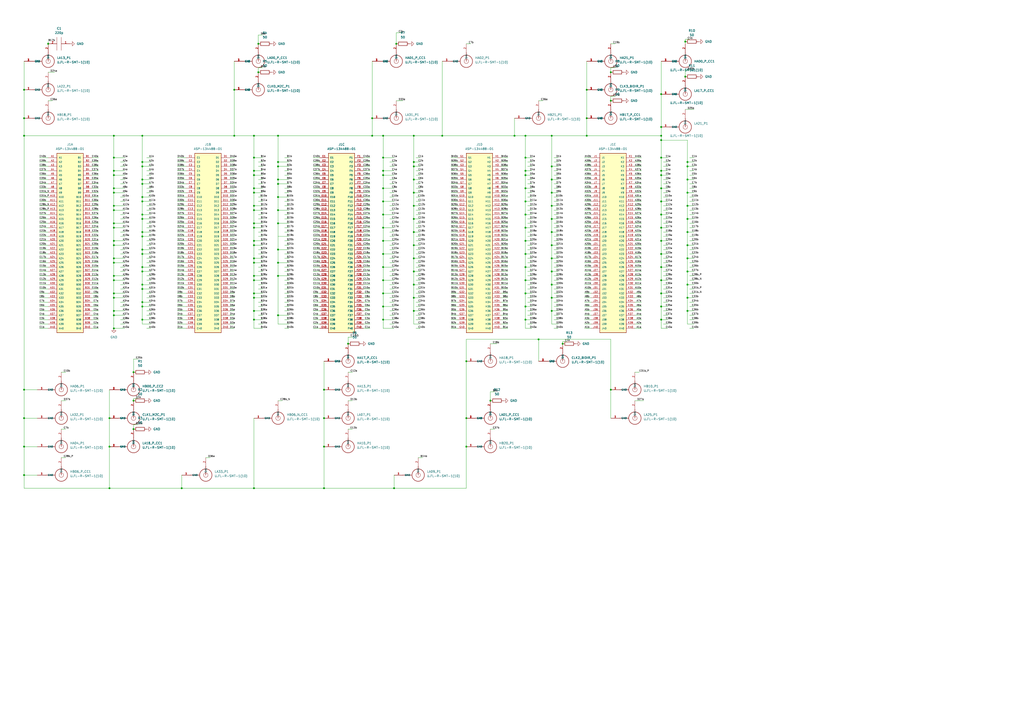
<source format=kicad_sch>
(kicad_sch (version 20211123) (generator eeschema)
  (paper "A2")
  (junction (at 398.78 111.76))
  (junction (at 222.25 116.84))
  (junction (at 149.86 41.91))
  (junction (at 63.5 242.57))
  (junction (at 304.8 162.56))
  (junction (at 135.89 78.74))
  (junction (at 304.8 139.7))
  (junction (at 13.97 259.08))
  (junction (at 147.32 160.02))
  (junction (at 320.04 96.52))
  (junction (at 320.04 180.34))
  (junction (at 147.32 170.18))
  (junction (at 27.94 25.4))
  (junction (at 147.32 142.24))
  (junction (at 354.33 226.06))
  (junction (at 397.51 24.13))
  (junction (at 66.04 190.5))
  (junction (at 66.04 160.02))
  (junction (at 397.51 44.45))
  (junction (at 383.54 99.06))
  (junction (at 240.03 165.1))
  (junction (at 240.03 119.38))
  (junction (at 66.04 101.6))
  (junction (at 398.78 93.98))
  (junction (at 13.97 226.06))
  (junction (at 66.04 182.88))
  (junction (at 161.29 106.68))
  (junction (at 398.78 96.52))
  (junction (at 66.04 111.76))
  (junction (at 240.03 157.48))
  (junction (at 298.45 78.74))
  (junction (at 82.55 167.64))
  (junction (at 240.03 180.34))
  (junction (at 240.03 93.98))
  (junction (at 383.54 73.66))
  (junction (at 82.55 106.68))
  (junction (at 82.55 177.8))
  (junction (at 270.51 259.08))
  (junction (at 320.04 127))
  (junction (at 240.03 134.62))
  (junction (at 82.55 175.26))
  (junction (at 147.32 185.42))
  (junction (at 398.78 119.38))
  (junction (at 66.04 109.22))
  (junction (at 187.96 226.06))
  (junction (at 240.03 78.74))
  (junction (at 320.04 78.74))
  (junction (at 66.04 119.38))
  (junction (at 13.97 275.59))
  (junction (at 66.04 170.18))
  (junction (at 398.78 104.14))
  (junction (at 398.78 149.86))
  (junction (at 222.25 132.08))
  (junction (at 304.8 116.84))
  (junction (at 304.8 132.08))
  (junction (at 320.04 165.1))
  (junction (at 161.29 182.88))
  (junction (at 222.25 78.74))
  (junction (at 82.55 185.42))
  (junction (at 161.29 96.52))
  (junction (at 161.29 152.4))
  (junction (at 222.25 99.06))
  (junction (at 66.04 152.4))
  (junction (at 304.8 99.06))
  (junction (at 383.54 91.44))
  (junction (at 383.54 116.84))
  (junction (at 304.8 147.32))
  (junction (at 147.32 109.22))
  (junction (at 354.33 58.42))
  (junction (at 147.32 283.21))
  (junction (at 201.93 199.39))
  (junction (at 340.36 52.07))
  (junction (at 66.04 91.44))
  (junction (at 215.9 68.58))
  (junction (at 66.04 142.24))
  (junction (at 82.55 93.98))
  (junction (at 66.04 78.74))
  (junction (at 147.32 99.06))
  (junction (at 383.54 81.28))
  (junction (at 13.97 52.07))
  (junction (at 187.96 259.08))
  (junction (at 147.32 121.92))
  (junction (at 147.32 119.38))
  (junction (at 147.32 180.34))
  (junction (at 66.04 121.92))
  (junction (at 82.55 114.3))
  (junction (at 147.32 132.08))
  (junction (at 222.25 101.6))
  (junction (at 105.41 283.21))
  (junction (at 222.25 154.94))
  (junction (at 149.86 25.4))
  (junction (at 222.25 124.46))
  (junction (at 147.32 91.44))
  (junction (at 135.89 52.07))
  (junction (at 222.25 177.8))
  (junction (at 398.78 134.62))
  (junction (at 340.36 68.58))
  (junction (at 304.8 177.8))
  (junction (at 222.25 91.44))
  (junction (at 66.04 132.08))
  (junction (at 147.32 101.6))
  (junction (at 147.32 139.7))
  (junction (at 161.29 93.98))
  (junction (at 320.04 111.76))
  (junction (at 383.54 101.6))
  (junction (at 147.32 152.4))
  (junction (at 161.29 144.78))
  (junction (at 66.04 149.86))
  (junction (at 229.87 25.4))
  (junction (at 82.55 127))
  (junction (at 398.78 165.1))
  (junction (at 304.8 154.94))
  (junction (at 82.55 134.62))
  (junction (at 304.8 170.18))
  (junction (at 63.5 283.21))
  (junction (at 77.47 232.41))
  (junction (at 222.25 139.7))
  (junction (at 77.47 248.92))
  (junction (at 383.54 185.42))
  (junction (at 320.04 119.38))
  (junction (at 222.25 109.22))
  (junction (at 82.55 104.14))
  (junction (at 383.54 162.56))
  (junction (at 304.8 91.44))
  (junction (at 326.39 199.39))
  (junction (at 82.55 116.84))
  (junction (at 240.03 142.24))
  (junction (at 240.03 111.76))
  (junction (at 147.32 162.56))
  (junction (at 222.25 185.42))
  (junction (at 256.54 78.74))
  (junction (at 270.51 242.57))
  (junction (at 304.8 109.22))
  (junction (at 82.55 124.46))
  (junction (at 147.32 111.76))
  (junction (at 66.04 172.72))
  (junction (at 82.55 96.52))
  (junction (at 161.29 160.02))
  (junction (at 320.04 142.24))
  (junction (at 66.04 180.34))
  (junction (at 222.25 162.56))
  (junction (at 304.8 78.74))
  (junction (at 240.03 96.52))
  (junction (at 354.33 41.91))
  (junction (at 398.78 172.72))
  (junction (at 82.55 165.1))
  (junction (at 147.32 149.86))
  (junction (at 383.54 124.46))
  (junction (at 398.78 127))
  (junction (at 304.8 124.46))
  (junction (at 13.97 68.58))
  (junction (at 161.29 114.3))
  (junction (at 240.03 149.86))
  (junction (at 13.97 78.74))
  (junction (at 63.5 259.08))
  (junction (at 77.47 215.9))
  (junction (at 66.04 139.7))
  (junction (at 82.55 154.94))
  (junction (at 383.54 132.08))
  (junction (at 161.29 129.54))
  (junction (at 383.54 147.32))
  (junction (at 320.04 157.48))
  (junction (at 13.97 242.57))
  (junction (at 398.78 180.34))
  (junction (at 383.54 139.7))
  (junction (at 284.48 232.41))
  (junction (at 147.32 172.72))
  (junction (at 383.54 78.74))
  (junction (at 66.04 162.56))
  (junction (at 66.04 99.06))
  (junction (at 161.29 78.74))
  (junction (at 161.29 104.14))
  (junction (at 320.04 149.86))
  (junction (at 312.42 196.85))
  (junction (at 82.55 144.78))
  (junction (at 304.8 101.6))
  (junction (at 187.96 242.57))
  (junction (at 320.04 134.62))
  (junction (at 240.03 104.14))
  (junction (at 383.54 54.61))
  (junction (at 383.54 109.22))
  (junction (at 304.8 185.42))
  (junction (at 222.25 170.18))
  (junction (at 240.03 127))
  (junction (at 398.78 157.48))
  (junction (at 147.32 129.54))
  (junction (at 215.9 78.74))
  (junction (at 320.04 104.14))
  (junction (at 240.03 172.72))
  (junction (at 161.29 121.92))
  (junction (at 383.54 154.94))
  (junction (at 383.54 177.8))
  (junction (at 187.96 283.21))
  (junction (at 82.55 157.48))
  (junction (at 82.55 137.16))
  (junction (at 66.04 129.54))
  (junction (at 82.55 147.32))
  (junction (at 228.6 283.21))
  (junction (at 383.54 170.18))
  (junction (at 398.78 142.24))
  (junction (at 147.32 78.74))
  (junction (at 222.25 147.32))
  (junction (at 82.55 78.74))
  (junction (at 270.51 209.55))
  (junction (at 340.36 78.74))
  (junction (at 320.04 172.72))
  (wire (pts (xy 53.34 114.3) (xy 57.15 114.3)))
  (wire (pts (xy 326.39 198.12) (xy 326.39 199.39)))
  (wire (pts (xy 270.51 259.08) (xy 270.51 283.21)))
  (wire (pts (xy 161.29 114.3) (xy 167.64 114.3)))
  (wire (pts (xy 85.09 132.08) (xy 87.63 132.08)))
  (wire (pts (xy 304.8 91.44) (xy 308.61 91.44)))
  (wire (pts (xy 165.1 132.08) (xy 167.64 132.08)))
  (wire (pts (xy 384.81 172.72) (xy 387.35 172.72)))
  (wire (pts (xy 240.03 96.52) (xy 243.84 96.52)))
  (wire (pts (xy 147.32 180.34) (xy 152.4 180.34)))
  (wire (pts (xy 240.03 104.14) (xy 240.03 96.52)))
  (wire (pts (xy 22.86 162.56) (xy 27.94 162.56)))
  (wire (pts (xy 161.29 144.78) (xy 161.29 137.16)))
  (wire (pts (xy 270.51 209.55) (xy 270.51 196.85)))
  (wire (pts (xy 149.86 124.46) (xy 152.4 124.46)))
  (wire (pts (xy 294.64 165.1) (xy 290.83 165.1)))
  (wire (pts (xy 384.81 167.64) (xy 387.35 167.64)))
  (wire (pts (xy 149.86 182.88) (xy 152.4 182.88)))
  (wire (pts (xy 133.35 134.62) (xy 135.89 134.62)))
  (wire (pts (xy 222.25 154.94) (xy 222.25 147.32)))
  (wire (pts (xy 321.31 160.02) (xy 323.85 160.02)))
  (wire (pts (xy 161.29 96.52) (xy 167.64 96.52)))
  (wire (pts (xy 261.62 124.46) (xy 265.43 124.46)))
  (wire (pts (xy 102.87 180.34) (xy 107.95 180.34)))
  (wire (pts (xy 214.63 96.52) (xy 210.82 96.52)))
  (wire (pts (xy 69.85 104.14) (xy 72.39 104.14)))
  (wire (pts (xy 384.81 144.78) (xy 387.35 144.78)))
  (wire (pts (xy 306.07 111.76) (xy 308.61 111.76)))
  (wire (pts (xy 240.03 78.74) (xy 256.54 78.74)))
  (wire (pts (xy 398.78 111.76) (xy 402.59 111.76)))
  (wire (pts (xy 53.34 101.6) (xy 57.15 101.6)))
  (wire (pts (xy 214.63 116.84) (xy 210.82 116.84)))
  (wire (pts (xy 321.31 152.4) (xy 323.85 152.4)))
  (wire (pts (xy 181.61 129.54) (xy 185.42 129.54)))
  (wire (pts (xy 306.07 172.72) (xy 308.61 172.72)))
  (wire (pts (xy 398.78 104.14) (xy 398.78 96.52)))
  (wire (pts (xy 133.35 124.46) (xy 135.89 124.46)))
  (wire (pts (xy 222.25 147.32) (xy 222.25 139.7)))
  (wire (pts (xy 161.29 129.54) (xy 167.64 129.54)))
  (wire (pts (xy 339.09 134.62) (xy 342.9 134.62)))
  (wire (pts (xy 149.86 39.37) (xy 152.4 39.37)))
  (wire (pts (xy 398.78 96.52) (xy 402.59 96.52)))
  (wire (pts (xy 181.61 109.22) (xy 185.42 109.22)))
  (wire (pts (xy 241.3 101.6) (xy 243.84 101.6)))
  (wire (pts (xy 53.34 149.86) (xy 57.15 149.86)))
  (wire (pts (xy 133.35 119.38) (xy 135.89 119.38)))
  (wire (pts (xy 22.86 185.42) (xy 27.94 185.42)))
  (wire (pts (xy 69.85 96.52) (xy 72.39 96.52)))
  (wire (pts (xy 66.04 119.38) (xy 72.39 119.38)))
  (wire (pts (xy 226.06 96.52) (xy 228.6 96.52)))
  (wire (pts (xy 384.81 157.48) (xy 387.35 157.48)))
  (wire (pts (xy 368.3 127) (xy 372.11 127)))
  (wire (pts (xy 53.34 144.78) (xy 57.15 144.78)))
  (wire (pts (xy 339.09 96.52) (xy 342.9 96.52)))
  (wire (pts (xy 294.64 91.44) (xy 290.83 91.44)))
  (wire (pts (xy 214.63 101.6) (xy 210.82 101.6)))
  (wire (pts (xy 294.64 106.68) (xy 290.83 106.68)))
  (wire (pts (xy 102.87 109.22) (xy 107.95 109.22)))
  (wire (pts (xy 133.35 121.92) (xy 135.89 121.92)))
  (wire (pts (xy 133.35 167.64) (xy 135.89 167.64)))
  (wire (pts (xy 400.05 154.94) (xy 402.59 154.94)))
  (wire (pts (xy 22.86 157.48) (xy 27.94 157.48)))
  (wire (pts (xy 82.55 134.62) (xy 82.55 127)))
  (wire (pts (xy 339.09 139.7) (xy 342.9 139.7)))
  (wire (pts (xy 384.81 106.68) (xy 387.35 106.68)))
  (wire (pts (xy 133.35 142.24) (xy 135.89 142.24)))
  (wire (pts (xy 383.54 101.6) (xy 387.35 101.6)))
  (wire (pts (xy 228.6 283.21) (xy 270.51 283.21)))
  (wire (pts (xy 368.3 91.44) (xy 372.11 91.44)))
  (wire (pts (xy 398.78 96.52) (xy 398.78 93.98)))
  (wire (pts (xy 82.55 147.32) (xy 82.55 144.78)))
  (wire (pts (xy 368.3 167.64) (xy 372.11 167.64)))
  (wire (pts (xy 383.54 99.06) (xy 387.35 99.06)))
  (wire (pts (xy 85.09 149.86) (xy 87.63 149.86)))
  (wire (pts (xy 226.06 114.3) (xy 228.6 114.3)))
  (wire (pts (xy 77.4746 246.38) (xy 80.0146 246.38)))
  (wire (pts (xy 53.34 167.64) (xy 57.15 167.64)))
  (wire (pts (xy 53.34 160.02) (xy 57.15 160.02)))
  (wire (pts (xy 149.86 154.94) (xy 152.4 154.94)))
  (wire (pts (xy 102.87 144.78) (xy 107.95 144.78)))
  (wire (pts (xy 82.55 106.68) (xy 87.63 106.68)))
  (wire (pts (xy 294.64 144.78) (xy 290.83 144.78)))
  (wire (pts (xy 82.55 175.26) (xy 87.63 175.26)))
  (wire (pts (xy 53.34 175.26) (xy 57.15 175.26)))
  (wire (pts (xy 147.32 91.44) (xy 147.32 78.74)))
  (wire (pts (xy 85.09 160.02) (xy 87.63 160.02)))
  (wire (pts (xy 22.86 142.24) (xy 27.94 142.24)))
  (wire (pts (xy 320.04 134.62) (xy 320.04 127)))
  (wire (pts (xy 85.09 162.56) (xy 87.63 162.56)))
  (wire (pts (xy 22.86 144.78) (xy 27.94 144.78)))
  (wire (pts (xy 133.35 91.44) (xy 135.89 91.44)))
  (wire (pts (xy 102.87 185.42) (xy 107.95 185.42)))
  (wire (pts (xy 241.3 99.06) (xy 243.84 99.06)))
  (wire (pts (xy 22.86 170.18) (xy 27.94 170.18)))
  (wire (pts (xy 22.86 137.16) (xy 27.94 137.16)))
  (wire (pts (xy 66.04 91.44) (xy 66.04 78.74)))
  (wire (pts (xy 270.51 242.57) (xy 270.51 259.08)))
  (wire (pts (xy 147.32 99.06) (xy 147.32 91.44)))
  (wire (pts (xy 181.61 96.52) (xy 185.42 96.52)))
  (wire (pts (xy 320.04 134.62) (xy 323.85 134.62)))
  (wire (pts (xy 261.62 96.52) (xy 265.43 96.52)))
  (wire (pts (xy 102.87 134.62) (xy 107.95 134.62)))
  (wire (pts (xy 240.03 111.76) (xy 240.03 104.14)))
  (wire (pts (xy 85.09 109.22) (xy 87.63 109.22)))
  (wire (pts (xy 294.64 129.54) (xy 290.83 129.54)))
  (wire (pts (xy 66.04 182.88) (xy 66.04 180.34)))
  (wire (pts (xy 398.78 142.24) (xy 398.78 134.62)))
  (wire (pts (xy 147.32 149.86) (xy 152.4 149.86)))
  (wire (pts (xy 214.63 139.7) (xy 210.82 139.7)))
  (wire (pts (xy 82.55 106.68) (xy 82.55 104.14)))
  (wire (pts (xy 214.63 162.56) (xy 210.82 162.56)))
  (wire (pts (xy 149.86 177.8) (xy 152.4 177.8)))
  (wire (pts (xy 383.54 154.94) (xy 383.54 147.32)))
  (wire (pts (xy 261.62 142.24) (xy 265.43 142.24)))
  (wire (pts (xy 214.63 172.72) (xy 210.82 172.72)))
  (wire (pts (xy 383.54 109.22) (xy 383.54 101.6)))
  (wire (pts (xy 22.86 119.38) (xy 27.94 119.38)))
  (wire (pts (xy 214.63 147.32) (xy 210.82 147.32)))
  (wire (pts (xy 82.55 93.98) (xy 82.55 78.74)))
  (wire (pts (xy 294.64 124.46) (xy 290.83 124.46)))
  (wire (pts (xy 400.05 185.42) (xy 402.59 185.42)))
  (wire (pts (xy 66.04 101.6) (xy 66.04 99.06)))
  (wire (pts (xy 383.54 177.8) (xy 387.35 177.8)))
  (wire (pts (xy 261.62 182.88) (xy 265.43 182.88)))
  (wire (pts (xy 147.32 101.6) (xy 152.4 101.6)))
  (wire (pts (xy 35.56 265.43) (xy 38.1 265.43)))
  (wire (pts (xy 102.87 175.26) (xy 107.95 175.26)))
  (wire (pts (xy 63.5 242.57) (xy 63.5 259.08)))
  (wire (pts (xy 241.3 124.46) (xy 243.84 124.46)))
  (wire (pts (xy 368.3 165.1) (xy 372.11 165.1)))
  (wire (pts (xy 82.55 157.48) (xy 82.55 154.94)))
  (wire (pts (xy 241.3 190.5) (xy 243.84 190.5)))
  (wire (pts (xy 339.09 121.92) (xy 342.9 121.92)))
  (wire (pts (xy 241.3 182.88) (xy 243.84 182.88)))
  (wire (pts (xy 339.09 152.4) (xy 342.9 152.4)))
  (wire (pts (xy 149.86 104.14) (xy 152.4 104.14)))
  (wire (pts (xy 147.32 109.22) (xy 152.4 109.22)))
  (wire (pts (xy 383.54 91.44) (xy 387.35 91.44)))
  (wire (pts (xy 133.35 177.8) (xy 135.89 177.8)))
  (wire (pts (xy 294.64 93.98) (xy 290.83 93.98)))
  (wire (pts (xy 226.06 106.68) (xy 228.6 106.68)))
  (wire (pts (xy 368.3 152.4) (xy 372.11 152.4)))
  (wire (pts (xy 187.96 259.08) (xy 187.96 242.57)))
  (wire (pts (xy 181.61 137.16) (xy 185.42 137.16)))
  (wire (pts (xy 82.55 137.16) (xy 82.55 134.62)))
  (wire (pts (xy 226.06 175.26) (xy 228.6 175.26)))
  (wire (pts (xy 398.78 134.62) (xy 402.59 134.62)))
  (wire (pts (xy 294.64 185.42) (xy 290.83 185.42)))
  (wire (pts (xy 240.03 127) (xy 240.03 119.38)))
  (wire (pts (xy 149.86 93.98) (xy 152.4 93.98)))
  (wire (pts (xy 306.07 93.98) (xy 308.61 93.98)))
  (wire (pts (xy 294.64 149.86) (xy 290.83 149.86)))
  (wire (pts (xy 22.86 180.34) (xy 27.94 180.34)))
  (wire (pts (xy 214.63 185.42) (xy 210.82 185.42)))
  (wire (pts (xy 22.86 187.96) (xy 27.94 187.96)))
  (wire (pts (xy 400.05 129.54) (xy 402.59 129.54)))
  (wire (pts (xy 181.61 165.1) (xy 185.42 165.1)))
  (wire (pts (xy 368.3 162.56) (xy 372.11 162.56)))
  (wire (pts (xy 339.09 106.68) (xy 342.9 106.68)))
  (wire (pts (xy 229.87 58.42) (xy 233.68 58.42)))
  (wire (pts (xy 66.04 170.18) (xy 72.39 170.18)))
  (wire (pts (xy 340.36 52.07) (xy 340.36 68.58)))
  (wire (pts (xy 261.62 147.32) (xy 265.43 147.32)))
  (wire (pts (xy 383.54 162.56) (xy 387.35 162.56)))
  (wire (pts (xy 147.32 152.4) (xy 147.32 149.86)))
  (wire (pts (xy 161.29 129.54) (xy 161.29 121.92)))
  (wire (pts (xy 147.32 180.34) (xy 147.32 172.72)))
  (wire (pts (xy 13.97 78.74) (xy 13.97 226.06)))
  (wire (pts (xy 368.3 111.76) (xy 372.11 111.76)))
  (wire (pts (xy 368.3 116.84) (xy 372.11 116.84)))
  (wire (pts (xy 384.81 104.14) (xy 387.35 104.14)))
  (wire (pts (xy 320.04 187.96) (xy 323.85 187.96)))
  (wire (pts (xy 22.86 91.44) (xy 27.94 91.44)))
  (wire (pts (xy 69.85 157.48) (xy 72.39 157.48)))
  (wire (pts (xy 181.61 111.76) (xy 185.42 111.76)))
  (wire (pts (xy 165.1 165.1) (xy 167.64 165.1)))
  (wire (pts (xy 320.04 142.24) (xy 323.85 142.24)))
  (wire (pts (xy 66.04 132.08) (xy 66.04 129.54)))
  (wire (pts (xy 398.78 111.76) (xy 398.78 104.14)))
  (wire (pts (xy 22.86 147.32) (xy 27.94 147.32)))
  (wire (pts (xy 214.63 152.4) (xy 210.82 152.4)))
  (wire (pts (xy 294.64 157.48) (xy 290.83 157.48)))
  (wire (pts (xy 161.29 121.92) (xy 167.64 121.92)))
  (wire (pts (xy 320.04 104.14) (xy 320.04 96.52)))
  (wire (pts (xy 53.34 142.24) (xy 57.15 142.24)))
  (wire (pts (xy 181.61 152.4) (xy 185.42 152.4)))
  (wire (pts (xy 102.87 111.76) (xy 107.95 111.76)))
  (wire (pts (xy 384.81 127) (xy 387.35 127)))
  (wire (pts (xy 222.25 109.22) (xy 222.25 101.6)))
  (wire (pts (xy 69.85 124.46) (xy 72.39 124.46)))
  (wire (pts (xy 261.62 106.68) (xy 265.43 106.68)))
  (wire (pts (xy 53.34 137.16) (xy 57.15 137.16)))
  (wire (pts (xy 261.62 165.1) (xy 265.43 165.1)))
  (wire (pts (xy 306.07 157.48) (xy 308.61 157.48)))
  (wire (pts (xy 13.97 35.56) (xy 13.97 52.07)))
  (wire (pts (xy 147.32 185.42) (xy 152.4 185.42)))
  (wire (pts (xy 326.39 198.12) (xy 328.93 198.12)))
  (wire (pts (xy 226.06 144.78) (xy 228.6 144.78)))
  (wire (pts (xy 261.62 144.78) (xy 265.43 144.78)))
  (wire (pts (xy 161.29 106.68) (xy 161.29 104.14)))
  (wire (pts (xy 320.04 111.76) (xy 320.04 104.14)))
  (wire (pts (xy 133.35 170.18) (xy 135.89 170.18)))
  (wire (pts (xy 400.05 160.02) (xy 402.59 160.02)))
  (wire (pts (xy 241.3 177.8) (xy 243.84 177.8)))
  (wire (pts (xy 261.62 129.54) (xy 265.43 129.54)))
  (wire (pts (xy 147.32 149.86) (xy 147.32 142.24)))
  (wire (pts (xy 321.31 93.98) (xy 323.85 93.98)))
  (wire (pts (xy 306.07 121.92) (xy 308.61 121.92)))
  (wire (pts (xy 383.54 91.44) (xy 383.54 81.28)))
  (wire (pts (xy 214.63 177.8) (xy 210.82 177.8)))
  (wire (pts (xy 82.55 187.96) (xy 82.55 185.42)))
  (wire (pts (xy 165.1 172.72) (xy 167.64 172.72)))
  (wire (pts (xy 368.3 129.54) (xy 372.11 129.54)))
  (wire (pts (xy 240.03 142.24) (xy 240.03 134.62)))
  (wire (pts (xy 339.09 142.24) (xy 342.9 142.24)))
  (wire (pts (xy 82.55 96.52) (xy 82.55 93.98)))
  (wire (pts (xy 339.09 185.42) (xy 342.9 185.42)))
  (wire (pts (xy 149.86 20.32) (xy 149.86 25.4)))
  (wire (pts (xy 241.3 170.18) (xy 243.84 170.18)))
  (wire (pts (xy 149.86 106.68) (xy 152.4 106.68)))
  (wire (pts (xy 22.86 124.46) (xy 27.94 124.46)))
  (wire (pts (xy 383.54 99.06) (xy 383.54 91.44)))
  (wire (pts (xy 222.25 177.8) (xy 222.25 170.18)))
  (wire (pts (xy 181.61 93.98) (xy 185.42 93.98)))
  (wire (pts (xy 66.04 172.72) (xy 66.04 170.18)))
  (wire (pts (xy 22.86 190.5) (xy 27.94 190.5)))
  (wire (pts (xy 53.34 96.52) (xy 57.15 96.52)))
  (wire (pts (xy 368.3 93.98) (xy 372.11 93.98)))
  (wire (pts (xy 261.62 175.26) (xy 265.43 175.26)))
  (wire (pts (xy 214.63 106.68) (xy 210.82 106.68)))
  (wire (pts (xy 63.5 259.08) (xy 63.5 283.21)))
  (wire (pts (xy 383.54 73.66) (xy 383.54 78.74)))
  (wire (pts (xy 241.3 121.92) (xy 243.84 121.92)))
  (wire (pts (xy 340.36 78.74) (xy 383.54 78.74)))
  (wire (pts (xy 320.04 119.38) (xy 320.04 111.76)))
  (wire (pts (xy 241.3 106.68) (xy 243.84 106.68)))
  (wire (pts (xy 241.3 160.02) (xy 243.84 160.02)))
  (wire (pts (xy 102.87 149.86) (xy 107.95 149.86)))
  (wire (pts (xy 400.05 109.22) (xy 402.59 109.22)))
  (wire (pts (xy 82.55 116.84) (xy 87.63 116.84)))
  (wire (pts (xy 82.55 116.84) (xy 82.55 114.3)))
  (wire (pts (xy 13.97 259.08) (xy 13.97 275.59)))
  (wire (pts (xy 222.25 132.08) (xy 222.25 124.46)))
  (wire (pts (xy 304.8 101.6) (xy 304.8 99.06)))
  (wire (pts (xy 397.51 40.64) (xy 400.05 40.64)))
  (wire (pts (xy 339.09 111.76) (xy 342.9 111.76)))
  (wire (pts (xy 384.81 114.3) (xy 387.35 114.3)))
  (wire (pts (xy 339.09 154.94) (xy 342.9 154.94)))
  (wire (pts (xy 22.86 106.68) (xy 27.94 106.68)))
  (wire (pts (xy 304.8 170.18) (xy 304.8 162.56)))
  (wire (pts (xy 147.32 121.92) (xy 152.4 121.92)))
  (wire (pts (xy 294.64 116.84) (xy 290.83 116.84)))
  (wire (pts (xy 66.04 182.88) (xy 72.39 182.88)))
  (wire (pts (xy 53.34 127) (xy 57.15 127)))
  (wire (pts (xy 354.33 39.37) (xy 356.87 39.37)))
  (wire (pts (xy 22.86 99.06) (xy 27.94 99.06)))
  (wire (pts (xy 102.87 139.7) (xy 107.95 139.7)))
  (wire (pts (xy 261.62 170.18) (xy 265.43 170.18)))
  (wire (pts (xy 304.8 170.18) (xy 308.61 170.18)))
  (wire (pts (xy 240.03 187.96) (xy 240.03 180.34)))
  (wire (pts (xy 242.57 265.43) (xy 245.11 265.43)))
  (wire (pts (xy 181.61 185.42) (xy 185.42 185.42)))
  (wire (pts (xy 368.3 99.06) (xy 372.11 99.06)))
  (wire (pts (xy 339.09 162.56) (xy 342.9 162.56)))
  (wire (pts (xy 320.04 78.74) (xy 340.36 78.74)))
  (wire (pts (xy 294.64 142.24) (xy 290.83 142.24)))
  (wire (pts (xy 261.62 119.38) (xy 265.43 119.38)))
  (wire (pts (xy 384.81 152.4) (xy 387.35 152.4)))
  (wire (pts (xy 165.1 109.22) (xy 167.64 109.22)))
  (wire (pts (xy 384.81 134.62) (xy 387.35 134.62)))
  (wire (pts (xy 383.54 116.84) (xy 387.35 116.84)))
  (wire (pts (xy 304.8 116.84) (xy 304.8 109.22)))
  (wire (pts (xy 368.3 144.78) (xy 372.11 144.78)))
  (wire (pts (xy 400.05 167.64) (xy 402.59 167.64)))
  (wire (pts (xy 133.35 96.52) (xy 135.89 96.52)))
  (wire (pts (xy 400.05 114.3) (xy 402.59 114.3)))
  (wire (pts (xy 368.3 142.24) (xy 372.11 142.24)))
  (wire (pts (xy 398.78 81.28) (xy 383.54 81.28)))
  (wire (pts (xy 149.86 137.16) (xy 152.4 137.16)))
  (wire (pts (xy 383.54 190.5) (xy 383.54 185.42)))
  (wire (pts (xy 398.78 165.1) (xy 398.78 157.48)))
  (wire (pts (xy 149.86 175.26) (xy 152.4 175.26)))
  (wire (pts (xy 383.54 124.46) (xy 387.35 124.46)))
  (wire (pts (xy 384.81 121.92) (xy 387.35 121.92)))
  (wire (pts (xy 133.35 152.4) (xy 135.89 152.4)))
  (wire (pts (xy 102.87 190.5) (xy 107.95 190.5)))
  (wire (pts (xy 240.03 93.98) (xy 240.03 78.74)))
  (wire (pts (xy 35.56 215.9) (xy 38.1 215.9)))
  (wire (pts (xy 147.32 132.08) (xy 147.32 129.54)))
  (wire (pts (xy 339.09 119.38) (xy 342.9 119.38)))
  (wire (pts (xy 214.63 157.48) (xy 210.82 157.48)))
  (wire (pts (xy 228.6 283.21) (xy 228.6 275.59)))
  (wire (pts (xy 133.35 111.76) (xy 135.89 111.76)))
  (wire (pts (xy 147.32 283.21) (xy 187.96 283.21)))
  (wire (pts (xy 320.04 127) (xy 320.04 119.38)))
  (wire (pts (xy 181.61 182.88) (xy 185.42 182.88)))
  (wire (pts (xy 147.32 160.02) (xy 147.32 152.4)))
  (wire (pts (xy 400.05 190.5) (xy 402.59 190.5)))
  (wire (pts (xy 261.62 154.94) (xy 265.43 154.94)))
  (wire (pts (xy 53.34 165.1) (xy 57.15 165.1)))
  (wire (pts (xy 133.35 101.6) (xy 135.89 101.6)))
  (wire (pts (xy 181.61 187.96) (xy 185.42 187.96)))
  (wire (pts (xy 398.78 142.24) (xy 402.59 142.24)))
  (wire (pts (xy 187.96 259.08) (xy 187.96 283.21)))
  (wire (pts (xy 214.63 121.92) (xy 210.82 121.92)))
  (wire (pts (xy 149.86 39.37) (xy 149.86 41.91)))
  (wire (pts (xy 400.05 144.78) (xy 402.59 144.78)))
  (wire (pts (xy 294.64 154.94) (xy 290.83 154.94)))
  (wire (pts (xy 368.3 149.86) (xy 372.11 149.86)))
  (wire (pts (xy 149.86 144.78) (xy 152.4 144.78)))
  (wire (pts (xy 306.07 175.26) (xy 308.61 175.26)))
  (wire (pts (xy 339.09 170.18) (xy 342.9 170.18)))
  (wire (pts (xy 400.05 91.44) (xy 402.59 91.44)))
  (wire (pts (xy 214.63 149.86) (xy 210.82 149.86)))
  (wire (pts (xy 320.04 119.38) (xy 323.85 119.38)))
  (wire (pts (xy 321.31 185.42) (xy 323.85 185.42)))
  (wire (pts (xy 102.87 127) (xy 107.95 127)))
  (wire (pts (xy 222.25 78.74) (xy 240.03 78.74)))
  (wire (pts (xy 261.62 149.86) (xy 265.43 149.86)))
  (wire (pts (xy 102.87 152.4) (xy 107.95 152.4)))
  (wire (pts (xy 321.31 116.84) (xy 323.85 116.84)))
  (wire (pts (xy 398.78 157.48) (xy 398.78 149.86)))
  (wire (pts (xy 133.35 116.84) (xy 135.89 116.84)))
  (wire (pts (xy 135.89 78.74) (xy 147.32 78.74)))
  (wire (pts (xy 304.8 101.6) (xy 308.61 101.6)))
  (wire (pts (xy 241.3 147.32) (xy 243.84 147.32)))
  (wire (pts (xy 69.85 167.64) (xy 72.39 167.64)))
  (wire (pts (xy 284.48 227.33) (xy 284.48 232.41)))
  (wire (pts (xy 320.04 127) (xy 323.85 127)))
  (wire (pts (xy 384.81 111.76) (xy 387.35 111.76)))
  (wire (pts (xy 66.04 142.24) (xy 72.39 142.24)))
  (wire (pts (xy 222.25 139.7) (xy 228.6 139.7)))
  (wire (pts (xy 161.29 152.4) (xy 167.64 152.4)))
  (wire (pts (xy 261.62 109.22) (xy 265.43 109.22)))
  (wire (pts (xy 181.61 139.7) (xy 185.42 139.7)))
  (wire (pts (xy 304.8 109.22) (xy 308.61 109.22)))
  (wire (pts (xy 165.1 142.24) (xy 167.64 142.24)))
  (wire (pts (xy 383.54 124.46) (xy 383.54 116.84)))
  (wire (pts (xy 165.1 101.6) (xy 167.64 101.6)))
  (wire (pts (xy 66.04 109.22) (xy 66.04 101.6)))
  (wire (pts (xy 82.55 157.48) (xy 87.63 157.48)))
  (wire (pts (xy 339.09 93.98) (xy 342.9 93.98)))
  (wire (pts (xy 368.3 134.62) (xy 372.11 134.62)))
  (wire (pts (xy 69.85 137.16) (xy 72.39 137.16)))
  (wire (pts (xy 53.34 119.38) (xy 57.15 119.38)))
  (wire (pts (xy 147.32 121.92) (xy 147.32 119.38)))
  (wire (pts (xy 161.29 182.88) (xy 167.64 182.88)))
  (wire (pts (xy 368.3 106.68) (xy 372.11 106.68)))
  (wire (pts (xy 77.4746 246.38) (xy 77.47 248.92)))
  (wire (pts (xy 222.25 91.44) (xy 228.6 91.44)))
  (wire (pts (xy 181.61 170.18) (xy 185.42 170.18)))
  (wire (pts (xy 35.56 232.41) (xy 38.1 232.41)))
  (wire (pts (xy 82.55 167.64) (xy 87.63 167.64)))
  (wire (pts (xy 102.87 160.02) (xy 107.95 160.02)))
  (wire (pts (xy 294.64 172.72) (xy 290.83 172.72)))
  (wire (pts (xy 201.93 248.92) (xy 204.47 248.92)))
  (wire (pts (xy 102.87 116.84) (xy 107.95 116.84)))
  (wire (pts (xy 222.25 170.18) (xy 222.25 162.56)))
  (wire (pts (xy 321.31 182.88) (xy 323.85 182.88)))
  (wire (pts (xy 133.35 104.14) (xy 135.89 104.14)))
  (wire (pts (xy 241.3 129.54) (xy 243.84 129.54)))
  (wire (pts (xy 82.55 144.78) (xy 87.63 144.78)))
  (wire (pts (xy 306.07 119.38) (xy 308.61 119.38)))
  (wire (pts (xy 368.3 157.48) (xy 372.11 157.48)))
  (wire (pts (xy 261.62 111.76) (xy 265.43 111.76)))
  (wire (pts (xy 22.86 121.92) (xy 27.94 121.92)))
  (wire (pts (xy 149.86 20.32) (xy 152.4 20.32)))
  (wire (pts (xy 214.63 142.24) (xy 210.82 142.24)))
  (wire (pts (xy 261.62 91.44) (xy 265.43 91.44)))
  (wire (pts (xy 304.8 190.5) (xy 304.8 185.42)))
  (wire (pts (xy 222.25 147.32) (xy 228.6 147.32)))
  (wire (pts (xy 165.1 147.32) (xy 167.64 147.32)))
  (wire (pts (xy 147.32 111.76) (xy 152.4 111.76)))
  (wire (pts (xy 66.04 149.86) (xy 72.39 149.86)))
  (wire (pts (xy 133.35 149.86) (xy 135.89 149.86)))
  (wire (pts (xy 53.34 152.4) (xy 57.15 152.4)))
  (wire (pts (xy 368.3 182.88) (xy 372.11 182.88)))
  (wire (pts (xy 226.06 127) (xy 228.6 127)))
  (wire (pts (xy 368.3 137.16) (xy 372.11 137.16)))
  (wire (pts (xy 241.3 162.56) (xy 243.84 162.56)))
  (wire (pts (xy 181.61 91.44) (xy 185.42 91.44)))
  (wire (pts (xy 354.33 226.06) (xy 354.33 242.57)))
  (wire (pts (xy 240.03 180.34) (xy 243.84 180.34)))
  (wire (pts (xy 384.81 187.96) (xy 387.35 187.96)))
  (wire (pts (xy 66.04 180.34) (xy 66.04 172.72)))
  (wire (pts (xy 85.09 129.54) (xy 87.63 129.54)))
  (wire (pts (xy 400.05 116.84) (xy 402.59 116.84)))
  (wire (pts (xy 241.3 116.84) (xy 243.84 116.84)))
  (wire (pts (xy 304.8 139.7) (xy 308.61 139.7)))
  (wire (pts (xy 222.25 99.06) (xy 222.25 91.44)))
  (wire (pts (xy 222.25 99.06) (xy 228.6 99.06)))
  (wire (pts (xy 321.31 132.08) (xy 323.85 132.08)))
  (wire (pts (xy 368.3 121.92) (xy 372.11 121.92)))
  (wire (pts (xy 181.61 162.56) (xy 185.42 162.56)))
  (wire (pts (xy 53.34 147.32) (xy 57.15 147.32)))
  (wire (pts (xy 400.05 152.4) (xy 402.59 152.4)))
  (wire (pts (xy 66.04 132.08) (xy 72.39 132.08)))
  (wire (pts (xy 240.03 149.86) (xy 240.03 142.24)))
  (wire (pts (xy 82.55 154.94) (xy 87.63 154.94)))
  (wire (pts (xy 135.89 35.56) (xy 135.89 52.07)))
  (wire (pts (xy 226.06 119.38) (xy 228.6 119.38)))
  (wire (pts (xy 102.87 172.72) (xy 107.95 172.72)))
  (wire (pts (xy 53.34 185.42) (xy 57.15 185.42)))
  (wire (pts (xy 214.63 144.78) (xy 210.82 144.78)))
  (wire (pts (xy 241.3 109.22) (xy 243.84 109.22)))
  (wire (pts (xy 66.04 111.76) (xy 72.39 111.76)))
  (wire (pts (xy 13.97 283.21) (xy 13.97 275.59)))
  (wire (pts (xy 165.1 139.7) (xy 167.64 139.7)))
  (wire (pts (xy 181.61 101.6) (xy 185.42 101.6)))
  (wire (pts (xy 339.09 157.48) (xy 342.9 157.48)))
  (wire (pts (xy 53.34 157.48) (xy 57.15 157.48)))
  (wire (pts (xy 321.31 109.22) (xy 323.85 109.22)))
  (wire (pts (xy 147.32 152.4) (xy 152.4 152.4)))
  (wire (pts (xy 133.35 132.08) (xy 135.89 132.08)))
  (wire (pts (xy 66.04 121.92) (xy 66.04 119.38)))
  (wire (pts (xy 294.64 187.96) (xy 290.83 187.96)))
  (wire (pts (xy 147.32 190.5) (xy 152.4 190.5)))
  (wire (pts (xy 66.04 160.02) (xy 72.39 160.02)))
  (wire (pts (xy 339.09 104.14) (xy 342.9 104.14)))
  (wire (pts (xy 304.8 132.08) (xy 304.8 124.46)))
  (wire (pts (xy 181.61 147.32) (xy 185.42 147.32)))
  (wire (pts (xy 339.09 127) (xy 342.9 127)))
  (wire (pts (xy 400.05 182.88) (xy 402.59 182.88)))
  (wire (pts (xy 82.55 185.42) (xy 82.55 177.8)))
  (wire (pts (xy 320.04 157.48) (xy 320.04 149.86)))
  (wire (pts (xy 368.3 154.94) (xy 372.11 154.94)))
  (wire (pts (xy 368.3 147.32) (xy 372.11 147.32)))
  (wire (pts (xy 22.86 154.94) (xy 27.94 154.94)))
  (wire (pts (xy 102.87 182.88) (xy 107.95 182.88)))
  (wire (pts (xy 321.31 154.94) (xy 323.85 154.94)))
  (wire (pts (xy 294.64 190.5) (xy 290.83 190.5)))
  (wire (pts (xy 53.34 134.62) (xy 57.15 134.62)))
  (wire (pts (xy 368.3 139.7) (xy 372.11 139.7)))
  (wire (pts (xy 214.63 165.1) (xy 210.82 165.1)))
  (wire (pts (xy 321.31 177.8) (xy 323.85 177.8)))
  (wire (pts (xy 306.07 96.52) (xy 308.61 96.52)))
  (wire (pts (xy 22.86 111.76) (xy 27.94 111.76)))
  (wire (pts (xy 270.51 209.55) (xy 270.51 242.57)))
  (wire (pts (xy 261.62 134.62) (xy 265.43 134.62)))
  (wire (pts (xy 85.09 182.88) (xy 87.63 182.88)))
  (wire (pts (xy 398.78 187.96) (xy 398.78 180.34)))
  (wire (pts (xy 53.34 180.34) (xy 57.15 180.34)))
  (wire (pts (xy 181.61 121.92) (xy 185.42 121.92)))
  (wire (pts (xy 147.32 109.22) (xy 147.32 101.6)))
  (wire (pts (xy 69.85 93.98) (xy 72.39 93.98)))
  (wire (pts (xy 161.29 93.98) (xy 161.29 78.74)))
  (wire (pts (xy 133.35 185.42) (xy 135.89 185.42)))
  (wire (pts (xy 102.87 147.32) (xy 107.95 147.32)))
  (wire (pts (xy 294.64 170.18) (xy 290.83 170.18)))
  (wire (pts (xy 22.86 132.08) (xy 27.94 132.08)))
  (wire (pts (xy 66.04 119.38) (xy 66.04 111.76)))
  (wire (pts (xy 398.78 93.98) (xy 398.78 81.28)))
  (wire (pts (xy 240.03 165.1) (xy 240.03 157.48)))
  (wire (pts (xy 304.8 190.5) (xy 308.61 190.5)))
  (wire (pts (xy 261.62 152.4) (xy 265.43 152.4)))
  (wire (pts (xy 147.32 162.56) (xy 152.4 162.56)))
  (wire (pts (xy 226.06 121.92) (xy 228.6 121.92)))
  (wire (pts (xy 133.35 190.5) (xy 135.89 190.5)))
  (wire (pts (xy 320.04 165.1) (xy 320.04 157.48)))
  (wire (pts (xy 165.1 134.62) (xy 167.64 134.62)))
  (wire (pts (xy 384.81 129.54) (xy 387.35 129.54)))
  (wire (pts (xy 294.64 101.6) (xy 290.83 101.6)))
  (wire (pts (xy 284.48 199.39) (xy 288.29 199.39)))
  (wire (pts (xy 261.62 116.84) (xy 265.43 116.84)))
  (wire (pts (xy 133.35 162.56) (xy 135.89 162.56)))
  (wire (pts (xy 149.86 187.96) (xy 152.4 187.96)))
  (wire (pts (xy 165.1 157.48) (xy 167.64 157.48)))
  (wire (pts (xy 383.54 147.32) (xy 383.54 139.7)))
  (wire (pts (xy 294.64 104.14) (xy 290.83 104.14)))
  (wire (pts (xy 320.04 172.72) (xy 320.04 165.1)))
  (wire (pts (xy 306.07 106.68) (xy 308.61 106.68)))
  (wire (pts (xy 53.34 172.72) (xy 57.15 172.72)))
  (wire (pts (xy 320.04 180.34) (xy 320.04 172.72)))
  (wire (pts (xy 339.09 144.78) (xy 342.9 144.78)))
  (wire (pts (xy 102.87 114.3) (xy 107.95 114.3)))
  (wire (pts (xy 339.09 160.02) (xy 342.9 160.02)))
  (wire (pts (xy 53.34 121.92) (xy 57.15 121.92)))
  (wire (pts (xy 133.35 137.16) (xy 135.89 137.16)))
  (wire (pts (xy 321.31 170.18) (xy 323.85 170.18)))
  (wire (pts (xy 66.04 172.72) (xy 72.39 172.72)))
  (wire (pts (xy 133.35 127) (xy 135.89 127)))
  (wire (pts (xy 133.35 109.22) (xy 135.89 109.22)))
  (wire (pts (xy 261.62 114.3) (xy 265.43 114.3)))
  (wire (pts (xy 13.97 275.59) (xy 21.59 275.59)))
  (wire (pts (xy 82.55 167.64) (xy 82.55 165.1)))
  (wire (pts (xy 165.1 119.38) (xy 167.64 119.38)))
  (wire (pts (xy 181.61 175.26) (xy 185.42 175.26)))
  (wire (pts (xy 384.81 182.88) (xy 387.35 182.88)))
  (wire (pts (xy 22.86 152.4) (xy 27.94 152.4)))
  (wire (pts (xy 53.34 177.8) (xy 57.15 177.8)))
  (wire (pts (xy 321.31 99.06) (xy 323.85 99.06)))
  (wire (pts (xy 222.25 116.84) (xy 222.25 109.22)))
  (wire (pts (xy 261.62 167.64) (xy 265.43 167.64)))
  (wire (pts (xy 102.87 137.16) (xy 107.95 137.16)))
  (wire (pts (xy 147.32 162.56) (xy 147.32 160.02)))
  (wire (pts (xy 304.8 109.22) (xy 304.8 101.6)))
  (wire (pts (xy 133.35 106.68) (xy 135.89 106.68)))
  (wire (pts (xy 354.33 25.4) (xy 356.87 25.4)))
  (wire (pts (xy 82.55 127) (xy 87.63 127)))
  (wire (pts (xy 82.55 185.42) (xy 87.63 185.42)))
  (wire (pts (xy 53.34 116.84) (xy 57.15 116.84)))
  (wire (pts (xy 384.81 96.52) (xy 387.35 96.52)))
  (wire (pts (xy 294.64 132.08) (xy 290.83 132.08)))
  (wire (pts (xy 340.36 35.56) (xy 340.36 52.07)))
  (wire (pts (xy 368.3 172.72) (xy 372.11 172.72)))
  (wire (pts (xy 133.35 180.34) (xy 135.89 180.34)))
  (wire (pts (xy 161.29 144.78) (xy 167.64 144.78)))
  (wire (pts (xy 383.54 116.84) (xy 383.54 109.22)))
  (wire (pts (xy 320.04 180.34) (xy 323.85 180.34)))
  (wire (pts (xy 53.34 99.06) (xy 57.15 99.06)))
  (wire (pts (xy 102.87 91.44) (xy 107.95 91.44)))
  (wire (pts (xy 226.06 149.86) (xy 228.6 149.86)))
  (wire (pts (xy 161.29 137.16) (xy 167.64 137.16)))
  (wire (pts (xy 240.03 127) (xy 243.84 127)))
  (wire (pts (xy 226.06 134.62) (xy 228.6 134.62)))
  (wire (pts (xy 320.04 142.24) (xy 320.04 134.62)))
  (wire (pts (xy 368.3 109.22) (xy 372.11 109.22)))
  (wire (pts (xy 82.55 177.8) (xy 87.63 177.8)))
  (wire (pts (xy 270.51 196.85) (xy 312.42 196.85)))
  (wire (pts (xy 82.55 78.74) (xy 135.89 78.74)))
  (wire (pts (xy 165.1 116.84) (xy 167.64 116.84)))
  (wire (pts (xy 147.32 119.38) (xy 147.32 111.76)))
  (wire (pts (xy 214.63 132.08) (xy 210.82 132.08)))
  (wire (pts (xy 304.8 139.7) (xy 304.8 132.08)))
  (wire (pts (xy 226.06 165.1) (xy 228.6 165.1)))
  (wire (pts (xy 383.54 170.18) (xy 387.35 170.18)))
  (wire (pts (xy 214.63 160.02) (xy 210.82 160.02)))
  (wire (pts (xy 320.04 96.52) (xy 323.85 96.52)))
  (wire (pts (xy 181.61 154.94) (xy 185.42 154.94)))
  (wire (pts (xy 53.34 132.08) (xy 57.15 132.08)))
  (wire (pts (xy 201.93 215.9) (xy 204.47 215.9)))
  (wire (pts (xy 147.32 139.7) (xy 147.32 132.08)))
  (wire (pts (xy 321.31 139.7) (xy 323.85 139.7)))
  (wire (pts (xy 398.78 149.86) (xy 402.59 149.86)))
  (wire (pts (xy 22.86 129.54) (xy 27.94 129.54)))
  (wire (pts (xy 321.31 147.32) (xy 323.85 147.32)))
  (wire (pts (xy 368.3 187.96) (xy 372.11 187.96)))
  (wire (pts (xy 82.55 114.3) (xy 82.55 106.68)))
  (wire (pts (xy 82.55 154.94) (xy 82.55 147.32)))
  (wire (pts (xy 298.45 68.58) (xy 298.45 78.74)))
  (wire (pts (xy 226.06 160.02) (xy 228.6 160.02)))
  (wire (pts (xy 147.32 185.42) (xy 147.32 180.34)))
  (wire (pts (xy 63.5 283.21) (xy 13.97 283.21)))
  (wire (pts (xy 165.1 149.86) (xy 167.64 149.86)))
  (wire (pts (xy 105.41 283.21) (xy 147.32 283.21)))
  (wire (pts (xy 400.05 99.06) (xy 402.59 99.06)))
  (wire (pts (xy 354.33 55.88) (xy 354.33 58.42)))
  (wire (pts (xy 306.07 129.54) (xy 308.61 129.54)))
  (wire (pts (xy 222.25 177.8) (xy 228.6 177.8)))
  (wire (pts (xy 22.86 114.3) (xy 27.94 114.3)))
  (wire (pts (xy 384.81 142.24) (xy 387.35 142.24)))
  (wire (pts (xy 339.09 190.5) (xy 342.9 190.5)))
  (wire (pts (xy 135.89 52.07) (xy 135.89 78.74)))
  (wire (pts (xy 304.8 147.32) (xy 308.61 147.32)))
  (wire (pts (xy 384.81 149.86) (xy 387.35 149.86)))
  (wire (pts (xy 261.62 162.56) (xy 265.43 162.56)))
  (wire (pts (xy 102.87 104.14) (xy 107.95 104.14)))
  (wire (pts (xy 66.04 162.56) (xy 72.39 162.56)))
  (wire (pts (xy 53.34 170.18) (xy 57.15 170.18)))
  (wire (pts (xy 294.64 119.38) (xy 290.83 119.38)))
  (wire (pts (xy 69.85 187.96) (xy 72.39 187.96)))
  (wire (pts (xy 398.78 180.34) (xy 398.78 172.72)))
  (wire (pts (xy 294.64 121.92) (xy 290.83 121.92)))
  (wire (pts (xy 320.04 149.86) (xy 323.85 149.86)))
  (wire (pts (xy 256.54 35.56) (xy 256.54 78.74)))
  (wire (pts (xy 102.87 121.92) (xy 107.95 121.92)))
  (wire (pts (xy 102.87 93.98) (xy 107.95 93.98)))
  (wire (pts (xy 66.04 129.54) (xy 72.39 129.54)))
  (wire (pts (xy 181.61 119.38) (xy 185.42 119.38)))
  (wire (pts (xy 102.87 96.52) (xy 107.95 96.52)))
  (wire (pts (xy 161.29 104.14) (xy 161.29 96.52)))
  (wire (pts (xy 368.3 96.52) (xy 372.11 96.52)))
  (wire (pts (xy 102.87 106.68) (xy 107.95 106.68)))
  (wire (pts (xy 63.5 283.21) (xy 105.41 283.21)))
  (wire (pts (xy 149.86 134.62) (xy 152.4 134.62)))
  (wire (pts (xy 226.06 137.16) (xy 228.6 137.16)))
  (wire (pts (xy 294.64 180.34) (xy 290.83 180.34)))
  (wire (pts (xy 105.41 275.59) (xy 105.41 283.21)))
  (wire (pts (xy 397.51 63.5) (xy 402.59 63.5)))
  (wire (pts (xy 133.35 160.02) (xy 135.89 160.02)))
  (wire (pts (xy 187.96 226.06) (xy 187.96 209.55)))
  (wire (pts (xy 312.42 58.42) (xy 314.96 58.42)))
  (wire (pts (xy 226.06 172.72) (xy 228.6 172.72)))
  (wire (pts (xy 82.55 187.96) (xy 87.63 187.96)))
  (wire (pts (xy 306.07 182.88) (xy 308.61 182.88)))
  (wire (pts (xy 66.04 99.06) (xy 66.04 91.44)))
  (wire (pts (xy 226.06 187.96) (xy 228.6 187.96)))
  (wire (pts (xy 241.3 114.3) (xy 243.84 114.3)))
  (wire (pts (xy 304.8 99.06) (xy 304.8 91.44)))
  (wire (pts (xy 320.04 165.1) (xy 323.85 165.1)))
  (wire (pts (xy 321.31 106.68) (xy 323.85 106.68)))
  (wire (pts (xy 222.25 101.6) (xy 228.6 101.6)))
  (wire (pts (xy 133.35 129.54) (xy 135.89 129.54)))
  (wire (pts (xy 304.8 78.74) (xy 320.04 78.74)))
  (wire (pts (xy 53.34 93.98) (xy 57.15 93.98)))
  (wire (pts (xy 222.25 91.44) (xy 222.25 78.74)))
  (wire (pts (xy 383.54 139.7) (xy 383.54 132.08)))
  (wire (pts (xy 261.62 132.08) (xy 265.43 132.08)))
  (wire (pts (xy 181.61 190.5) (xy 185.42 190.5)))
  (wire (pts (xy 368.3 185.42) (xy 372.11 185.42)))
  (wire (pts (xy 222.25 162.56) (xy 228.6 162.56)))
  (wire (pts (xy 383.54 185.42) (xy 387.35 185.42)))
  (wire (pts (xy 368.3 124.46) (xy 372.11 124.46)))
  (wire (pts (xy 66.04 109.22) (xy 72.39 109.22)))
  (wire (pts (xy 354.33 39.37) (xy 354.33 41.91)))
  (wire (pts (xy 165.1 99.06) (xy 167.64 99.06)))
  (wire (pts (xy 161.29 93.98) (xy 167.64 93.98)))
  (wire (pts (xy 304.8 154.94) (xy 304.8 147.32)))
  (wire (pts (xy 35.56 248.92) (xy 38.1 248.92)))
  (wire (pts (xy 320.04 96.52) (xy 320.04 78.74)))
  (wire (pts (xy 304.8 185.42) (xy 304.8 177.8)))
  (wire (pts (xy 222.25 124.46) (xy 222.25 116.84)))
  (wire (pts (xy 82.55 104.14) (xy 82.55 96.52)))
  (wire (pts (xy 147.32 111.76) (xy 147.32 109.22)))
  (wire (pts (xy 384.81 165.1) (xy 387.35 165.1)))
  (wire (pts (xy 133.35 139.7) (xy 135.89 139.7)))
  (wire (pts (xy 339.09 99.06) (xy 342.9 99.06)))
  (wire (pts (xy 215.9 35.56) (xy 215.9 68.58)))
  (wire (pts (xy 397.51 40.64) (xy 397.51 44.45)))
  (wire (pts (xy 187.96 283.21) (xy 228.6 283.21)))
  (wire (pts (xy 368.3 190.5) (xy 372.11 190.5)))
  (wire (pts (xy 85.09 139.7) (xy 87.63 139.7)))
  (wire (pts (xy 304.8 116.84) (xy 308.61 116.84)))
  (wire (pts (xy 298.45 78.74) (xy 304.8 78.74)))
  (wire (pts (xy 147.32 142.24) (xy 147.32 139.7)))
  (wire (pts (xy 368.3 180.34) (xy 372.11 180.34)))
  (wire (pts (xy 165.1 170.18) (xy 167.64 170.18)))
  (wire (pts (xy 181.61 114.3) (xy 185.42 114.3)))
  (wire (pts (xy 400.05 175.26) (xy 402.59 175.26)))
  (wire (pts (xy 181.61 149.86) (xy 185.42 149.86)))
  (wire (pts (xy 13.97 226.06) (xy 13.97 242.57)))
  (wire (pts (xy 82.55 124.46) (xy 82.55 116.84)))
  (wire (pts (xy 261.62 99.06) (xy 265.43 99.06)))
  (wire (pts (xy 383.54 147.32) (xy 387.35 147.32)))
  (wire (pts (xy 85.09 119.38) (xy 87.63 119.38)))
  (wire (pts (xy 161.29 152.4) (xy 161.29 144.78)))
  (wire (pts (xy 241.3 139.7) (xy 243.84 139.7)))
  (wire (pts (xy 240.03 93.98) (xy 243.84 93.98)))
  (wire (pts (xy 306.07 187.96) (xy 308.61 187.96)))
  (wire (pts (xy 53.34 91.44) (xy 57.15 91.44)))
  (wire (pts (xy 133.35 172.72) (xy 135.89 172.72)))
  (wire (pts (xy 214.63 114.3) (xy 210.82 114.3)))
  (wire (pts (xy 398.78 172.72) (xy 398.78 165.1)))
  (wire (pts (xy 222.25 190.5) (xy 222.25 185.42)))
  (wire (pts (xy 398.78 172.72) (xy 402.59 172.72)))
  (wire (pts (xy 294.64 167.64) (xy 290.83 167.64)))
  (wire (pts (xy 400.05 137.16) (xy 402.59 137.16)))
  (wire (pts (xy 226.06 111.76) (xy 228.6 111.76)))
  (wire (pts (xy 304.8 147.32) (xy 304.8 139.7)))
  (wire (pts (xy 66.04 129.54) (xy 66.04 121.92)))
  (wire (pts (xy 82.55 93.98) (xy 87.63 93.98)))
  (wire (pts (xy 294.64 162.56) (xy 290.83 162.56)))
  (wire (pts (xy 321.31 124.46) (xy 323.85 124.46)))
  (wire (pts (xy 261.62 190.5) (xy 265.43 190.5)))
  (wire (pts (xy 85.09 152.4) (xy 87.63 152.4)))
  (wire (pts (xy 397.51 22.86) (xy 400.05 22.86)))
  (wire (pts (xy 320.04 111.76) (xy 323.85 111.76)))
  (wire (pts (xy 53.34 190.5) (xy 57.15 190.5)))
  (wire (pts (xy 306.07 180.34) (xy 308.61 180.34)))
  (wire (pts (xy 22.86 116.84) (xy 27.94 116.84)))
  (wire (pts (xy 165.1 167.64) (xy 167.64 167.64)))
  (wire (pts (xy 384.81 175.26) (xy 387.35 175.26)))
  (wire (pts (xy 13.97 52.07) (xy 13.97 68.58)))
  (wire (pts (xy 294.64 139.7) (xy 290.83 139.7)))
  (wire (pts (xy 294.64 137.16) (xy 290.83 137.16)))
  (wire (pts (xy 66.04 180.34) (xy 72.39 180.34)))
  (wire (pts (xy 222.25 116.84) (xy 228.6 116.84)))
  (wire (pts (xy 321.31 137.16) (xy 323.85 137.16)))
  (wire (pts (xy 165.1 127) (xy 167.64 127)))
  (wire (pts (xy 102.87 170.18) (xy 107.95 170.18)))
  (wire (pts (xy 161.29 137.16) (xy 161.29 129.54)))
  (wire (pts (xy 240.03 165.1) (xy 243.84 165.1)))
  (wire (pts (xy 147.32 170.18) (xy 147.32 162.56)))
  (wire (pts (xy 161.29 187.96) (xy 161.29 182.88)))
  (wire (pts (xy 69.85 114.3) (xy 72.39 114.3)))
  (wire (pts (xy 294.64 177.8) (xy 290.83 177.8)))
  (wire (pts (xy 82.55 147.32) (xy 87.63 147.32)))
  (wire (pts (xy 22.86 109.22) (xy 27.94 109.22)))
  (wire (pts (xy 133.35 182.88) (xy 135.89 182.88)))
  (wire (pts (xy 284.48 227.33) (xy 287.02 227.33)))
  (wire (pts (xy 226.06 104.14) (xy 228.6 104.14)))
  (wire (pts (xy 383.54 177.8) (xy 383.54 170.18)))
  (wire (pts (xy 133.35 144.78) (xy 135.89 144.78)))
  (wire (pts (xy 181.61 99.06) (xy 185.42 99.06)))
  (wire (pts (xy 368.3 132.08) (xy 372.11 132.08)))
  (wire (pts (xy 290.83 147.32) (xy 294.64 147.32)))
  (wire (pts (xy 241.3 132.08) (xy 243.84 132.08)))
  (wire (pts (xy 119.38 265.43) (xy 121.92 265.43)))
  (wire (pts (xy 222.25 185.42) (xy 228.6 185.42)))
  (wire (pts (xy 214.63 99.06) (xy 210.82 99.06)))
  (wire (pts (xy 222.25 170.18) (xy 228.6 170.18)))
  (wire (pts (xy 102.87 187.96) (xy 107.95 187.96)))
  (wire (pts (xy 306.07 134.62) (xy 308.61 134.62)))
  (wire (pts (xy 66.04 162.56) (xy 66.04 160.02)))
  (wire (pts (xy 368.3 101.6) (xy 372.11 101.6)))
  (wire (pts (xy 149.86 96.52) (xy 152.4 96.52)))
  (wire (pts (xy 241.3 154.94) (xy 243.84 154.94)))
  (wire (pts (xy 13.97 226.06) (xy 21.59 226.06)))
  (wire (pts (xy 339.09 149.86) (xy 342.9 149.86)))
  (wire (pts (xy 294.64 99.06) (xy 290.83 99.06)))
  (wire (pts (xy 400.05 124.46) (xy 402.59 124.46)))
  (wire (pts (xy 256.54 78.74) (xy 298.45 78.74)))
  (wire (pts (xy 77.47 231.14) (xy 80.01 231.14)))
  (wire (pts (xy 165.1 190.5) (xy 167.64 190.5)))
  (wire (pts (xy 304.8 132.08) (xy 308.61 132.08)))
  (wire (pts (xy 261.62 104.14) (xy 265.43 104.14)))
  (wire (pts (xy 306.07 104.14) (xy 308.61 104.14)))
  (wire (pts (xy 222.25 139.7) (xy 222.25 132.08)))
  (wire (pts (xy 339.09 180.34) (xy 342.9 180.34)))
  (wire (pts (xy 85.09 111.76) (xy 87.63 111.76)))
  (wire (pts (xy 165.1 175.26) (xy 167.64 175.26)))
  (wire (pts (xy 214.63 124.46) (xy 210.82 124.46)))
  (wire (pts (xy 261.62 121.92) (xy 265.43 121.92)))
  (wire (pts (xy 339.09 116.84) (xy 342.9 116.84)))
  (wire (pts (xy 222.25 162.56) (xy 222.25 154.94)))
  (wire (pts (xy 261.62 157.48) (xy 265.43 157.48)))
  (wire (pts (xy 321.31 101.6) (xy 323.85 101.6)))
  (wire (pts (xy 339.09 147.32) (xy 342.9 147.32)))
  (wire (pts (xy 13.97 242.57) (xy 21.59 242.57)))
  (wire (pts (xy 241.3 167.64) (xy 243.84 167.64)))
  (wire (pts (xy 181.61 104.14) (xy 185.42 104.14)))
  (wire (pts (xy 261.62 172.72) (xy 265.43 172.72)))
  (wire (pts (xy 320.04 172.72) (xy 323.85 172.72)))
  (wire (pts (xy 320.04 104.14) (xy 323.85 104.14)))
  (wire (pts (xy 53.34 162.56) (xy 57.15 162.56)))
  (wire (pts (xy 102.87 154.94) (xy 107.95 154.94)))
  (wire (pts (xy 133.35 154.94) (xy 135.89 154.94)))
  (wire (pts (xy 306.07 142.24) (xy 308.61 142.24)))
  (wire (pts (xy 383.54 132.08) (xy 387.35 132.08)))
  (wire (pts (xy 69.85 154.94) (xy 72.39 154.94)))
  (wire (pts (xy 214.63 91.44) (xy 210.82 91.44)))
  (wire (pts (xy 181.61 177.8) (xy 185.42 177.8)))
  (wire (pts (xy 66.04 121.92) (xy 72.39 121.92)))
  (wire (pts (xy 102.87 177.8) (xy 107.95 177.8)))
  (wire (pts (xy 69.85 116.84) (xy 72.39 116.84)))
  (wire (pts (xy 133.35 187.96) (xy 135.89 187.96)))
  (wire (pts (xy 321.31 121.92) (xy 323.85 121.92)))
  (wire (pts (xy 82.55 175.26) (xy 82.55 167.64)))
  (wire (pts (xy 63.5 226.06) (xy 63.5 242.57)))
  (wire (pts (xy 320.04 149.86) (xy 320.04 142.24)))
  (wire (pts (xy 339.09 114.3) (xy 342.9 114.3)))
  (wire (pts (xy 368.3 104.14) (xy 372.11 104.14)))
  (wire (pts (xy 102.87 129.54) (xy 107.95 129.54)))
  (wire (pts (xy 306.07 137.16) (xy 308.61 137.16)))
  (wire (pts (xy 22.86 182.88) (xy 27.94 182.88)))
  (wire (pts (xy 339.09 172.72) (xy 342.9 172.72)))
  (wire (pts (xy 383.54 54.61) (xy 383.54 73.66)))
  (wire (pts (xy 398.78 119.38) (xy 402.59 119.38)))
  (wire (pts (xy 133.35 147.32) (xy 135.89 147.32)))
  (wire (pts (xy 261.62 93.98) (xy 265.43 93.98)))
  (wire (pts (xy 294.64 114.3) (xy 290.83 114.3)))
  (wire (pts (xy 181.61 132.08) (xy 185.42 132.08)))
  (wire (pts (xy 226.06 182.88) (xy 228.6 182.88)))
  (wire (pts (xy 304.8 185.42) (xy 308.61 185.42)))
  (wire (pts (xy 13.97 259.08) (xy 21.59 259.08)))
  (wire (pts (xy 261.62 139.7) (xy 265.43 139.7)))
  (wire (pts (xy 294.64 175.26) (xy 290.83 175.26)))
  (wire (pts (xy 82.55 165.1) (xy 87.63 165.1)))
  (wire (pts (xy 261.62 180.34) (xy 265.43 180.34)))
  (wire (pts (xy 82.55 134.62) (xy 87.63 134.62)))
  (wire (pts (xy 339.09 91.44) (xy 342.9 91.44)))
  (wire (pts (xy 77.47 208.28) (xy 77.47 215.9)))
  (wire (pts (xy 312.42 196.85) (xy 354.33 196.85)))
  (wire (pts (xy 339.09 175.26) (xy 342.9 175.26)))
  (wire (pts (xy 261.62 160.02) (xy 265.43 160.02)))
  (wire (pts (xy 214.63 119.38) (xy 210.82 119.38)))
  (wire (pts (xy 398.78 93.98) (xy 402.59 93.98)))
  (wire (pts (xy 147.32 242.57) (xy 147.32 283.21)))
  (wire (pts (xy 339.09 182.88) (xy 342.9 182.88)))
  (wire (pts (xy 53.34 106.68) (xy 57.15 106.68)))
  (wire (pts (xy 161.29 106.68) (xy 167.64 106.68)))
  (wire (pts (xy 222.25 109.22) (xy 228.6 109.22)))
  (wire (pts (xy 400.05 177.8) (xy 402.59 177.8)))
  (wire (pts (xy 214.63 111.76) (xy 210.82 111.76)))
  (wire (pts (xy 321.31 91.44) (xy 323.85 91.44)))
  (wire (pts (xy 240.03 134.62) (xy 240.03 127)))
  (wire (pts (xy 22.86 104.14) (xy 27.94 104.14)))
  (wire (pts (xy 66.04 152.4) (xy 72.39 152.4)))
  (wire (pts (xy 384.81 137.16) (xy 387.35 137.16)))
  (wire (pts (xy 306.07 152.4) (xy 308.61 152.4)))
  (wire (pts (xy 149.86 147.32) (xy 152.4 147.32)))
  (wire (pts (xy 383.54 35.56) (xy 383.54 54.61)))
  (wire (pts (xy 181.61 160.02) (xy 185.42 160.02)))
  (wire (pts (xy 368.3 170.18) (xy 372.11 170.18)))
  (wire (pts (xy 161.29 96.52) (xy 161.29 93.98)))
  (wire (pts (xy 147.32 129.54) (xy 152.4 129.54)))
  (wire (pts (xy 214.63 137.16) (xy 210.82 137.16)))
  (wire (pts (xy 398.78 127) (xy 402.59 127)))
  (wire (pts (xy 398.78 127) (xy 398.78 119.38)))
  (wire (pts (xy 149.86 157.48) (xy 152.4 157.48)))
  (wire (pts (xy 340.36 68.58) (xy 340.36 78.74)))
  (wire (pts (xy 201.93 195.58) (xy 201.93 199.39)))
  (wire (pts (xy 321.31 144.78) (xy 323.85 144.78)))
  (wire (pts (xy 368.3 114.3) (xy 372.11 114.3)))
  (wire (pts (xy 22.86 96.52) (xy 27.94 96.52)))
  (wire (pts (xy 383.54 154.94) (xy 387.35 154.94)))
  (wire (pts (xy 368.3 215.9) (xy 370.84 215.9)))
  (wire (pts (xy 161.29 232.41) (xy 163.83 232.41)))
  (wire (pts (xy 147.32 172.72) (xy 152.4 172.72)))
  (wire (pts (xy 22.86 167.64) (xy 27.94 167.64)))
  (wire (pts (xy 181.61 180.34) (xy 185.42 180.34)))
  (wire (pts (xy 339.09 109.22) (xy 342.9 109.22)))
  (wire (pts (xy 304.8 124.46) (xy 304.8 116.84)))
  (wire (pts (xy 321.31 175.26) (xy 323.85 175.26)))
  (wire (pts (xy 261.62 137.16) (xy 265.43 137.16)))
  (wire (pts (xy 339.09 129.54) (xy 342.9 129.54)))
  (wire (pts (xy 304.8 177.8) (xy 304.8 170.18)))
  (wire (pts (xy 82.55 96.52) (xy 87.63 96.52)))
  (wire (pts (xy 69.85 147.32) (xy 72.39 147.32)))
  (wire (pts (xy 215.9 78.74) (xy 222.25 78.74)))
  (wire (pts (xy 214.63 187.96) (xy 210.82 187.96)))
  (wire (pts (xy 22.86 134.62) (xy 27.94 134.62)))
  (wire (pts (xy 161.29 182.88) (xy 161.29 160.02)))
  (wire (pts (xy 22.86 127) (xy 27.94 127)))
  (wire (pts (xy 22.86 177.8) (xy 27.94 177.8)))
  (wire (pts (xy 133.35 114.3) (xy 135.89 114.3)))
  (wire (pts (xy 22.86 101.6) (xy 27.94 101.6)))
  (wire (pts (xy 69.85 185.42) (xy 72.39 185.42)))
  (wire (pts (xy 85.09 121.92) (xy 87.63 121.92)))
  (wire (pts (xy 240.03 119.38) (xy 240.03 111.76)))
  (wire (pts (xy 270.51 25.4) (xy 273.05 25.4)))
  (wire (pts (xy 85.09 142.24) (xy 87.63 142.24)))
  (wire (pts (xy 82.55 114.3) (xy 87.63 114.3)))
  (wire (pts (xy 214.63 134.62) (xy 210.82 134.62)))
  (wire (pts (xy 181.61 106.68) (xy 185.42 106.68)))
  (wire (pts (xy 214.63 170.18) (xy 210.82 170.18)))
  (wire (pts (xy 241.3 137.16) (xy 243.84 137.16)))
  (wire (pts (xy 161.29 187.96) (xy 167.64 187.96)))
  (wire (pts (xy 294.64 134.62) (xy 290.83 134.62)))
  (wire (pts (xy 147.32 132.08) (xy 152.4 132.08)))
  (wire (pts (xy 85.09 91.44) (xy 87.63 91.44)))
  (wire (pts (xy 368.3 175.26) (xy 372.11 175.26)))
  (wire (pts (xy 66.04 99.06) (xy 72.39 99.06)))
  (wire (pts (xy 102.87 162.56) (xy 107.95 162.56)))
  (wire (pts (xy 368.3 177.8) (xy 372.11 177.8)))
  (wire (pts (xy 187.96 242.57) (xy 187.96 226.06)))
  (wire (pts (xy 66.04 170.18) (xy 66.04 162.56)))
  (wire (pts (xy 398.78 187.96) (xy 402.59 187.96)))
  (wire (pts (xy 226.06 93.98) (xy 228.6 93.98)))
  (wire (pts (xy 214.63 93.98) (xy 210.82 93.98)))
  (wire (pts (xy 102.87 124.46) (xy 107.95 124.46)))
  (wire (pts (xy 82.55 144.78) (xy 82.55 137.16)))
  (wire (pts (xy 241.3 144.78) (xy 243.84 144.78)))
  (wire (pts (xy 102.87 101.6) (xy 107.95 101.6)))
  (wire (pts (xy 306.07 144.78) (xy 308.61 144.78)))
  (wire (pts (xy 240.03 180.34) (xy 240.03 172.72)))
  (wire (pts (xy 66.04 111.76) (xy 66.04 109.22)))
  (wire (pts (xy 181.61 172.72) (xy 185.42 172.72)))
  (wire (pts (xy 304.8 162.56) (xy 308.61 162.56)))
  (wire (pts (xy 354.33 196.85) (xy 354.33 226.06)))
  (wire (pts (xy 149.86 116.84) (xy 152.4 116.84)))
  (wire (pts (xy 181.61 116.84) (xy 185.42 116.84)))
  (wire (pts (xy 181.61 167.64) (xy 185.42 167.64)))
  (wire (pts (xy 53.34 129.54) (xy 57.15 129.54)))
  (wire (pts (xy 133.35 93.98) (xy 135.89 93.98)))
  (wire (pts (xy 149.86 165.1) (xy 152.4 165.1)))
  (wire (pts (xy 240.03 187.96) (xy 243.84 187.96)))
  (wire (pts (xy 229.87 19.05) (xy 232.41 19.05)))
  (wire (pts (xy 304.8 162.56) (xy 304.8 154.94)))
  (wire (pts (xy 306.07 114.3) (xy 308.61 114.3)))
  (wire (pts (xy 66.04 139.7) (xy 72.39 139.7)))
  (wire (pts (xy 161.29 104.14) (xy 167.64 104.14)))
  (wire (pts (xy 102.87 165.1) (xy 107.95 165.1)))
  (wire (pts (xy 240.03 104.14) (xy 243.84 104.14)))
  (wire (pts (xy 398.78 134.62) (xy 398.78 127)))
  (wire (pts (xy 383.54 190.5) (xy 387.35 190.5)))
  (wire (pts (xy 240.03 157.48) (xy 240.03 149.86)))
  (wire (pts (xy 69.85 127) (xy 72.39 127)))
  (wire (pts (xy 240.03 172.72) (xy 240.03 165.1)))
  (wire (pts (xy 13.97 68.58) (xy 13.97 78.74)))
  (wire (pts (xy 102.87 167.64) (xy 107.95 167.64)))
  (wire (pts (xy 339.09 132.08) (xy 342.9 132.08)))
  (wire (pts (xy 147.32 129.54) (xy 147.32 121.92)))
  (wire (pts (xy 226.06 180.34) (xy 228.6 180.34)))
  (wire (pts (xy 165.1 162.56) (xy 167.64 162.56)))
  (wire (pts (xy 241.3 152.4) (xy 243.84 152.4)))
  (wire (pts (xy 102.87 99.06) (xy 107.95 99.06)))
  (wire (pts (xy 13.97 242.57) (xy 13.97 259.08)))
  (wire (pts (xy 383.54 109.22) (xy 387.35 109.22)))
  (wire (pts (xy 165.1 185.42) (xy 167.64 185.42)))
  (wire (pts (xy 384.81 119.38) (xy 387.35 119.38)))
  (wire (pts (xy 69.85 106.68) (xy 72.39 106.68)))
  (wire (pts (xy 85.09 190.5) (xy 87.63 190.5)))
  (wire (pts (xy 27.94 24.13) (xy 27.94 25.4)))
  (wire (pts (xy 383.54 170.18) (xy 383.54 162.56)))
  (wire (pts (xy 294.64 182.88) (xy 290.83 182.88)))
  (wire (pts (xy 226.06 142.24) (xy 228.6 142.24)))
  (wire (pts (xy 398.78 165.1) (xy 402.59 165.1)))
  (wire (pts (xy 13.97 78.74) (xy 66.04 78.74)))
  (wire (pts (xy 82.55 124.46) (xy 87.63 124.46)))
  (wire (pts (xy 240.03 142.24) (xy 243.84 142.24)))
  (wire (pts (xy 226.06 152.4) (xy 228.6 152.4)))
  (wire (pts (xy 147.32 190.5) (xy 147.32 185.42)))
  (wire (pts (xy 384.81 160.02) (xy 387.35 160.02)))
  (wire (pts (xy 240.03 149.86) (xy 243.84 149.86)))
  (wire (pts (xy 53.34 111.76) (xy 57.15 111.76)))
  (wire (pts (xy 339.09 101.6) (xy 342.9 101.6)))
  (wire (pts (xy 400.05 139.7) (xy 402.59 139.7)))
  (wire (pts (xy 384.81 93.98) (xy 387.35 93.98)))
  (wire (pts (xy 383.54 185.42) (xy 383.54 177.8)))
  (wire (pts (xy 147.32 99.06) (xy 152.4 99.06)))
  (wire (pts (xy 66.04 190.5) (xy 72.39 190.5)))
  (wire (pts (xy 133.35 99.06) (xy 135.89 99.06)))
  (wire (pts (xy 165.1 177.8) (xy 167.64 177.8)))
  (wire (pts (xy 398.78 157.48) (xy 402.59 157.48)))
  (wire (pts (xy 66.04 101.6) (xy 72.39 101.6)))
  (wire (pts (xy 165.1 91.44) (xy 167.64 91.44)))
  (wire (pts (xy 397.51 24.13) (xy 397.51 25.4)))
  (wire (pts (xy 85.09 172.72) (xy 87.63 172.72)))
  (wire (pts (xy 53.34 182.88) (xy 57.15 182.88)))
  (wire (pts (xy 222.25 154.94) (xy 228.6 154.94)))
  (wire (pts (xy 368.3 160.02) (xy 372.11 160.02)))
  (wire (pts (xy 214.63 109.22) (xy 210.82 109.22)))
  (wire (pts (xy 161.29 160.02) (xy 161.29 152.4)))
  (wire (pts (xy 400.05 121.92) (xy 402.59 121.92)))
  (wire (pts (xy 77.47 208.28) (xy 80.01 208.28)))
  (wire (pts (xy 181.61 134.62) (xy 185.42 134.62)))
  (wire (pts (xy 85.09 180.34) (xy 87.63 180.34)))
  (wire (pts (xy 149.86 127) (xy 152.4 127)))
  (wire (pts (xy 161.29 78.74) (xy 215.9 78.74)))
  (wire (pts (xy 226.06 129.54) (xy 228.6 129.54)))
  (wire (pts (xy 294.64 160.02) (xy 290.83 160.02)))
  (wire (pts (xy 222.25 101.6) (xy 222.25 99.06)))
  (wire (pts (xy 226.06 157.48) (xy 228.6 157.48)))
  (wire (pts (xy 22.86 172.72) (xy 27.94 172.72)))
  (wire (pts (xy 214.63 154.94) (xy 210.82 154.94)))
  (wire (pts (xy 398.78 104.14) (xy 402.59 104.14)))
  (wire (pts (xy 241.3 175.26) (xy 243.84 175.26)))
  (wire (pts (xy 66.04 160.02) (xy 66.04 152.4)))
  (wire (pts (xy 321.31 129.54) (xy 323.85 129.54)))
  (wire (pts (xy 53.34 124.46) (xy 57.15 124.46)))
  (wire (pts (xy 339.09 187.96) (xy 342.9 187.96)))
  (wire (pts (xy 306.07 149.86) (xy 308.61 149.86)))
  (wire (pts (xy 398.78 180.34) (xy 402.59 180.34)))
  (wire (pts (xy 383.54 101.6) (xy 383.54 99.06)))
  (wire (pts (xy 294.64 111.76) (xy 290.83 111.76)))
  (wire (pts (xy 214.63 167.64) (xy 210.82 167.64)))
  (wire (pts (xy 69.85 177.8) (xy 72.39 177.8)))
  (wire (pts (xy 240.03 157.48) (xy 243.84 157.48)))
  (wire (pts (xy 85.09 170.18) (xy 87.63 170.18)))
  (wire (pts (xy 181.61 127) (xy 185.42 127)))
  (wire (pts (xy 306.07 127) (xy 308.61 127)))
  (wire (pts (xy 85.09 99.06) (xy 87.63 99.06)))
  (wire (pts (xy 27.94 41.91) (xy 31.75 41.91)))
  (wire (pts (xy 82.55 137.16) (xy 87.63 137.16)))
  (wire (pts (xy 398.78 149.86) (xy 398.78 142.24)))
  (wire (pts (xy 181.61 124.46) (xy 185.42 124.46)))
  (wire (pts (xy 133.35 175.26) (xy 135.89 175.26)))
  (wire (pts (xy 321.31 190.5) (xy 323.85 190.5)))
  (wire (pts (xy 66.04 152.4) (xy 66.04 149.86)))
  (wire (pts (xy 400.05 147.32) (xy 402.59 147.32)))
  (wire (pts (xy 147.32 170.18) (xy 152.4 170.18)))
  (wire (pts (xy 214.63 190.5) (xy 210.82 190.5)))
  (wire (pts (xy 181.61 144.78) (xy 185.42 144.78)))
  (wire (pts (xy 384.81 180.34) (xy 387.35 180.34)))
  (wire (pts (xy 304.8 91.44) (xy 304.8 78.74)))
  (wire (pts (xy 102.87 132.08) (xy 107.95 132.08)))
  (wire (pts (xy 147.32 160.02) (xy 152.4 160.02)))
  (wire (pts (xy 294.64 96.52) (xy 290.83 96.52)))
  (wire (pts (xy 339.09 165.1) (xy 342.9 165.1)))
  (wire (pts (xy 147.32 142.24) (xy 152.4 142.24)))
  (wire (pts (xy 66.04 78.74) (xy 82.55 78.74)))
  (wire (pts (xy 214.63 180.34) (xy 210.82 180.34)))
  (wire (pts (xy 82.55 165.1) (xy 82.55 157.48)))
  (wire (pts (xy 383.54 162.56) (xy 383.54 154.94)))
  (wire (pts (xy 222.25 132.08) (xy 228.6 132.08)))
  (wire (pts (xy 147.32 101.6) (xy 147.32 99.06)))
  (wire (pts (xy 261.62 127) (xy 265.43 127)))
  (wire (pts (xy 165.1 111.76) (xy 167.64 111.76)))
  (wire (pts (xy 398.78 119.38) (xy 398.78 111.76)))
  (wire (pts (xy 53.34 139.7) (xy 57.15 139.7)))
  (wire (pts (xy 69.85 144.78) (xy 72.39 144.78)))
  (wire (pts (xy 214.63 127) (xy 210.82 127)))
  (wire (pts (xy 306.07 167.64) (xy 308.61 167.64)))
  (wire (pts (xy 339.09 177.8) (xy 342.9 177.8)))
  (wire (pts (xy 161.29 121.92) (xy 161.29 114.3)))
  (wire (pts (xy 214.63 129.54) (xy 210.82 129.54)))
  (wire (pts (xy 321.31 167.64) (xy 323.85 167.64)))
  (wire (pts (xy 53.34 104.14) (xy 57.15 104.14)))
  (wire (pts (xy 147.32 91.44) (xy 152.4 91.44)))
  (wire (pts (xy 161.29 160.02) (xy 167.64 160.02)))
  (wire (pts (xy 222.25 190.5) (xy 228.6 190.5)))
  (wire (pts (xy 321.31 162.56) (xy 323.85 162.56)))
  (wire (pts (xy 241.3 91.44) (xy 243.84 91.44)))
  (wire (pts (xy 66.04 149.86) (xy 66.04 142.24)))
  (wire (pts (xy 284.48 248.92) (xy 287.02 248.92)))
  (wire (pts (xy 304.8 99.06) (xy 308.61 99.06)))
  (wire (pts (xy 294.64 109.22) (xy 290.83 109.22)))
  (wire (pts (xy 215.9 68.58) (xy 215.9 78.74)))
  (wire (pts (xy 294.64 152.4) (xy 290.83 152.4)))
  (wire (pts (xy 82.55 127) (xy 82.55 124.46)))
  (wire (pts (xy 312.42 196.85) (xy 312.42 209.55)))
  (wire (pts (xy 383.54 132.08) (xy 383.54 124.46)))
  (wire (pts (xy 66.04 190.5) (xy 66.04 182.88)))
  (wire (pts (xy 304.8 124.46) (xy 308.61 124.46)))
  (wire (pts (xy 147.32 119.38) (xy 152.4 119.38)))
  (wire (pts (xy 201.93 195.58) (xy 204.47 195.58)))
  (wire (pts (xy 339.09 137.16) (xy 342.9 137.16)))
  (wire (pts (xy 22.86 93.98) (xy 27.94 93.98)))
  (wire (pts (xy 53.34 187.96) (xy 57.15 187.96)))
  (wire (pts (xy 339.09 167.64) (xy 342.9 167.64)))
  (wire (pts (xy 82.55 177.8) (xy 82.55 175.26)))
  (wire (pts (xy 294.64 127) (xy 290.83 127)))
  (wire (pts (xy 53.34 154.94) (xy 57.15 154.94)))
  (wire (pts (xy 383.54 139.7) (xy 387.35 139.7)))
  (wire (pts (xy 133.35 157.48) (xy 135.89 157.48)))
  (wire (pts (xy 22.86 165.1) (xy 27.94 165.1)))
  (wire (pts (xy 320.04 157.48) (xy 323.85 157.48)))
  (wire (pts (xy 240.03 134.62) (xy 243.84 134.62)))
  (wire (pts (xy 339.09 124.46) (xy 342.9 124.46)))
  (wire (pts (xy 147.32 139.7) (xy 152.4 139.7)))
  (wire (pts (xy 241.3 185.42) (xy 243.84 185.42)))
  (wire (pts (xy 102.87 119.38) (xy 107.95 119.38)))
  (wire (pts (xy 165.1 154.94) (xy 167.64 154.94)))
  (wire (pts (xy 229.87 19.05) (xy 229.87 25.4)))
  (wire (pts (xy 133.35 165.1) (xy 135.89 165.1)))
  (wire (pts (xy 181.61 157.48) (xy 185.42 157.48)))
  (wire (pts (xy 102.87 157.48) (xy 107.95 157.48)))
  (wire (pts (xy 149.86 114.3) (xy 152.4 114.3)))
  (wire (pts (xy 240.03 111.76) (xy 243.84 111.76)))
  (wire (pts (xy 261.62 101.6) (xy 265.43 101.6)))
  (wire (pts (xy 147.32 172.72) (xy 147.32 170.18)))
  (wire (pts (xy 368.3 232.41) (xy 373.38 232.41)))
  (wire (pts (xy 53.34 109.22) (xy 57.15 109.22)))
  (wire (pts (xy 147.32 78.74) (xy 161.29 78.74)))
  (wire (pts (xy 181.61 142.24) (xy 185.42 142.24)))
  (wire (pts (xy 304.8 177.8) (xy 308.61 177.8)))
  (wire (pts (xy 201.93 232.41) (xy 204.47 232.41)))
  (wire (pts (xy 214.63 104.14) (xy 210.82 104.14)))
  (wire (pts (xy 82.55 104.14) (xy 87.63 104.14)))
  (wire (pts (xy 165.1 124.46) (xy 167.64 124.46)))
  (wire (pts (xy 321.31 114.3) (xy 323.85 114.3)))
  (wire (pts (xy 240.03 119.38) (xy 243.84 119.38)))
  (wire (pts (xy 22.86 160.02) (xy 27.94 160.02)))
  (wire (pts (xy 383.54 81.28) (xy 383.54 78.74)))
  (wire (pts (xy 306.07 160.02) (xy 308.61 160.02)))
  (wire (pts (xy 214.63 175.26) (xy 210.82 175.26)))
  (wire (pts (xy 161.29 114.3) (xy 161.29 106.68)))
  (wire (pts (xy 149.86 167.64) (xy 152.4 167.64)))
  (wire (pts (xy 261.62 185.42) (xy 265.43 185.42)))
  (wire (pts (xy 240.03 172.72) (xy 243.84 172.72)))
  (wire (pts (xy 69.85 165.1) (xy 72.39 165.1)))
  (wire (pts (xy 69.85 175.26) (xy 72.39 175.26)))
  (wire (pts (xy 214.63 182.88) (xy 210.82 182.88)))
  (wire (pts (xy 66.04 142.24) (xy 66.04 139.7)))
  (wire (pts (xy 304.8 154.94) (xy 308.61 154.94)))
  (wire (pts (xy 240.03 96.52) (xy 240.03 93.98)))
  (wire (pts (xy 354.33 55.88) (xy 356.87 55.88)))
  (wire (pts (xy 77.47 231.14) (xy 77.47 232.41)))
  (wire (pts (xy 22.86 149.86) (xy 27.94 149.86)))
  (wire (pts (xy 306.07 165.1) (xy 308.61 165.1)))
  (wire (pts (xy 397.51 22.86) (xy 397.51 24.13)))
  (wire (pts (xy 261.62 177.8) (xy 265.43 177.8)))
  (wire (pts (xy 368.3 119.38) (xy 372.11 119.38)))
  (wire (pts (xy 85.09 101.6) (xy 87.63 101.6)))
  (wire (pts (xy 400.05 132.08) (xy 402.59 132.08)))
  (wire (pts (xy 400.05 106.68) (xy 402.59 106.68)))
  (wire (pts (xy 222.25 124.46) (xy 228.6 124.46)))
  (wire (pts (xy 66.04 139.7) (xy 66.04 132.08)))
  (wire (pts (xy 102.87 142.24) (xy 107.95 142.24)))
  (wire (pts (xy 226.06 167.64) (xy 228.6 167.64)))
  (wire (pts (xy 400.05 101.6) (xy 402.59 101.6)))
  (wire (pts (xy 22.86 175.26) (xy 27.94 175.26)))
  (wire (pts (xy 261.62 187.96) (xy 265.43 187.96)))
  (wire (pts (xy 27.94 58.42) (xy 30.48 58.42)))
  (wire (pts (xy 69.85 134.62) (xy 72.39 134.62)))
  (wire (pts (xy 320.04 187.96) (xy 320.04 180.34)))
  (wire (pts (xy 222.25 185.42) (xy 222.25 177.8)))
  (wire (pts (xy 400.05 162.56) (xy 402.59 162.56)))
  (wire (pts (xy 66.04 91.44) (xy 72.39 91.44)))
  (wire (pts (xy 165.1 180.34) (xy 167.64 180.34)))
  (wire (pts (xy 22.86 139.7) (xy 27.94 139.7)))
  (wire (pts (xy 400.05 170.18) (xy 402.59 170.18)))
  (label "D13b" (at 102.87 160.02 0) (effects (font (size 1 1))))
  (label "D40a" (at 133.35 91.44 0) (effects (font (size 1 1))))
  (label "C22a" (at 214.63 137.16 180) (effects (font (size 1 1))))
  (label "B8b" (at 261.62 172.72 0) (effects (font (size 1 1))))
  (label "C18a" (at 214.63 147.32 180) (effects (font (size 1 1))))
  (label "D35b" (at 102.87 104.14 0) (effects (font (size 1 1))))
  (label "D24b" (at 102.87 132.08 0) (effects (font (size 1 1))))
  (label "C24b" (at 242.57 149.86 0) (effects (font (size 1 1))))
  (label "A32b" (at 339.09 111.76 0) (effects (font (size 1 1))))
  (label "A11b" (at 86.36 116.84 0) (effects (font (size 1 1))))
  (label "C8b" (at 181.61 172.72 0) (effects (font (size 1 1))))
  (label "E22b" (at 401.3154 144.78 0) (effects (font (size 1 1))))
  (label "D24a" (at 133.35 132.08 0) (effects (font (size 1 1))))
  (label "C34b" (at 181.61 106.68 0) (effects (font (size 1 1))))
  (label "B39a" (at 151.13 187.96 0) (effects (font (size 1 1))))
  (label "E18a" (at 57.15 147.32 180) (effects (font (size 1 1))))
  (label "A28a" (at 372.11 121.92 180) (effects (font (size 1 1))))
  (label "D37b" (at 36.83 232.41 0) (effects (font (size 1 1))))
  (label "A23a" (at 71.12 147.32 0) (effects (font (size 1 1))))
  (label "B26a" (at 151.13 154.94 0) (effects (font (size 1 1))))
  (label "D12a" (at 307.3922 119.38 0) (effects (font (size 1 1))))
  (label "A40b" (at 339.09 91.44 0) (effects (font (size 1 1))))
  (label "C18b" (at 242.583 134.62 0) (effects (font (size 1 1))))
  (label "D18b" (at 322.593 134.62 0) (effects (font (size 1 1))))
  (label "A38b" (at 339.09 96.52 0) (effects (font (size 1 1))))
  (label "D34b" (at 102.87 106.68 0) (effects (font (size 1 1))))
  (label "D17b" (at 322.58 132.08 0) (effects (font (size 1 1))))
  (label "B5a" (at 151.13 101.6 0) (effects (font (size 1 1))))
  (label "A32a" (at 71.12 170.18 0) (effects (font (size 1 1))))
  (label "B40a" (at 151.13 190.5 0) (effects (font (size 1 1))))
  (label "A25a" (at 372.11 129.54 180) (effects (font (size 1 1))))
  (label "E30a" (at 57.15 116.84 180) (effects (font (size 1 1))))
  (label "B14a" (at 151.13 124.46 0) (effects (font (size 1 1))))
  (label "B21b" (at 261.62 139.7 0) (effects (font (size 1 1))))
  (label "D26b" (at 322.58 154.94 0) (effects (font (size 1 1))))
  (label "C10a" (at 214.63 167.64 180) (effects (font (size 1 1))))
  (label "A22b" (at 339.09 137.16 0) (effects (font (size 1 1))))
  (label "D38a" (at 307.34 185.42 0) (effects (font (size 1 1))))
  (label "C36a" (at 227.33 180.34 0) (effects (font (size 1 1))))
  (label "E28b_P" (at 401.32 160.02 0) (effects (font (size 1 1))))
  (label "A35b" (at 86.36 177.8 0) (effects (font (size 1 1))))
  (label "B5a" (at 294.64 180.34 180) (effects (font (size 1 1))))
  (label "D33b" (at 102.87 109.22 0) (effects (font (size 1 1))))
  (label "A11b" (at 339.09 165.1 0) (effects (font (size 1 1))))
  (label "C6a" (at 227.33 104.14 0) (effects (font (size 1 1))))
  (label "A8a" (at 372.11 172.72 180) (effects (font (size 1 1))))
  (label "E26b" (at 401.32 154.94 0) (effects (font (size 1 1))))
  (label "C25b" (at 181.61 129.54 0) (effects (font (size 1 1))))
  (label "B9b" (at 261.62 170.18 0) (effects (font (size 1 1))))
  (label "B2a" (at 294.64 187.96 180) (effects (font (size 1 1))))
  (label "A1a" (at 71.12 91.44 0) (effects (font (size 1 1))))
  (label "D34a" (at 307.34 175.26 0) (effects (font (size 1 1))))
  (label "B12a" (at 151.1822 119.38 0) (effects (font (size 1 1))))
  (label "E16a" (at 386.08 129.54 0) (effects (font (size 1 1))))
  (label "C16b" (at 242.57 129.54 0) (effects (font (size 1 1))))
  (label "B23a" (at 294.64 134.62 180) (effects (font (size 1 1))))
  (label "E25b" (at 78.74 208.28 0) (effects (font (size 1 1))))
  (label "A1a" (at 372.11 190.5 180) (effects (font (size 1 1))))
  (label "A28b" (at 339.09 121.92 0) (effects (font (size 1 1))))
  (label "E10a" (at 385.9224 114.3 0) (effects (font (size 1 1))))
  (label "D17a" (at 307.34 132.08 0) (effects (font (size 1 1))))
  (label "C5a" (at 227.33 101.6 0) (effects (font (size 1 1))))
  (label "B17a" (at 294.64 149.86 180) (effects (font (size 1 1))))
  (label "C11b" (at 242.57 116.84 0) (effects (font (size 1 1))))
  (label "E27b" (at 22.86 124.46 0) (effects (font (size 1 1))))
  (label "E10a" (at 57.15 167.64 180) (effects (font (size 1 1))))
  (label "D16a" (at 307.34 129.54 0) (effects (font (size 1 1))))
  (label "A6b" (at 339.09 177.8 0) (effects (font (size 1 1))))
  (label "A19b" (at 86.36 137.16 0) (effects (font (size 1 1))))
  (label "E16b" (at 401.32 129.54 0) (effects (font (size 1 1))))
  (label "B38b" (at 166.37 185.42 0) (effects (font (size 1 1))))
  (label "B13b" (at 166.3569 121.92 0) (effects (font (size 1 1))))
  (label "A30a" (at 372.11 116.84 180) (effects (font (size 1 1))))
  (label "C9a" (at 214.63 170.18 180) (effects (font (size 1 1))))
  (label "D15a" (at 307.34 127 0) (effects (font (size 1 1))))
  (label "E3a" (at 386.08 96.52 0) (effects (font (size 1 1))))
  (label "B21a" (at 151.13 142.24 0) (effects (font (size 1 1))))
  (label "B38a" (at 294.64 96.52 180) (effects (font (size 1 1))))
  (label "C31a" (at 227.33 167.64 0) (effects (font (size 1 1))))
  (label "C16b" (at 181.61 152.4 0) (effects (font (size 1 1))))
  (label "A23a" (at 372.11 134.62 180) (effects (font (size 1 1))))
  (label "E2a" (at 57.15 187.96 180) (effects (font (size 1 1))))
  (label "B21b" (at 166.37 142.24 0) (effects (font (size 1 1))))
  (label "D2b" (at 322.58 93.98 0) (effects (font (size 1 1))))
  (label "B1b" (at 261.62 190.5 0) (effects (font (size 1 1))))
  (label "B39b" (at 261.62 93.98 0) (effects (font (size 1 1))))
  (label "C32b" (at 242.57 170.18 0) (effects (font (size 1 1))))
  (label "B29a" (at 294.64 119.38 180) (effects (font (size 1 1))))
  (label "C30a" (at 214.63 116.84 180) (effects (font (size 1 1))))
  (label "D13a" (at 133.35 160.02 0) (effects (font (size 1 1))))
  (label "A26b" (at 339.09 127 0) (effects (font (size 1 1))))
  (label "E36a" (at 386.08 180.34 0) (effects (font (size 1 1))))
  (label "A9b" (at 86.36 111.76 0) (effects (font (size 1 1))))
  (label "C35b" (at 242.57 177.8 0) (effects (font (size 1 1))))
  (label "A25a" (at 71.12 152.4 0) (effects (font (size 1 1))))
  (label "A10b" (at 339.09 167.64 0) (effects (font (size 1 1))))
  (label "D7a" (at 133.35 175.26 0) (effects (font (size 1 1))))
  (label "C31a" (at 214.63 114.3 180) (effects (font (size 1 1))))
  (label "E34a" (at 386.08 175.26 0) (effects (font (size 1 1))))
  (label "D30a" (at 133.35 116.84 0) (effects (font (size 1 1))))
  (label "C35b" (at 181.61 104.14 0) (effects (font (size 1 1))))
  (label "A35a" (at 372.11 104.14 180) (effects (font (size 1 1))))
  (label "D39a" (at 133.35 93.98 0) (effects (font (size 1 1))))
  (label "B37a" (at 294.64 99.06 180) (effects (font (size 1 1))))
  (label "E27b" (at 401.32 157.48 0) (effects (font (size 1 1))))
  (label "C1b" (at 242.57 91.44 0) (effects (font (size 1 1))))
  (label "E4a" (at 386.08 99.06 0) (effects (font (size 1 1))))
  (label "A14b" (at 86.36 124.46 0) (effects (font (size 1 1))))
  (label "D4b" (at 151.13 39.37 0) (effects (font (size 1 1))))
  (label "B9a" (at 151.13 111.76 0) (effects (font (size 1 1))))
  (label "E3a" (at 57.15 185.42 180) (effects (font (size 1 1))))
  (label "C28b" (at 181.61 121.92 0) (effects (font (size 1 1))))
  (label "C2a" (at 227.33 93.98 0) (effects (font (size 1 1))))
  (label "E28a" (at 57.15 121.92 180) (effects (font (size 1 1))))
  (label "B26b" (at 261.62 127 0) (effects (font (size 1 1))))
  (label "B27a" (at 294.64 124.46 180) (effects (font (size 1 1))))
  (label "B25b" (at 261.62 129.54 0) (effects (font (size 1 1))))
  (label "B16b" (at 261.62 152.4 0) (effects (font (size 1 1))))
  (label "C28a" (at 227.33 160.02 0) (effects (font (size 1 1))))
  (label "A12b" (at 339.09 162.56 0) (effects (font (size 1 1))))
  (label "A5a" (at 372.11 180.34 180) (effects (font (size 1 1))))
  (label "D35a" (at 307.34 177.8 0) (effects (font (size 1 1))))
  (label "D26a" (at 133.35 127 0) (effects (font (size 1 1))))
  (label "B18a" (at 294.64 147.32 180) (effects (font (size 1 1))))
  (label "E12b" (at 401.3722 119.38 0) (effects (font (size 1 1))))
  (label "B8b" (at 166.37 109.22 0) (effects (font (size 1 1))))
  (label "A16a" (at 372.11 152.4 180) (effects (font (size 1 1))))
  (label "C24b" (at 181.61 132.08 0) (effects (font (size 1 1))))
  (label "D11a" (at 133.35 165.1 0) (effects (font (size 1 1))))
  (label "C10a" (at 227.1724 114.3 0) (effects (font (size 1 1))))
  (label "E13b" (at 203.2 248.92 0) (effects (font (size 1 1))))
  (label "C3a" (at 214.63 185.42 180) (effects (font (size 1 1))))
  (label "D27a" (at 369.57 232.41 0) (effects (font (size 1 1))))
  (label "C2a" (at 231.14 19.05 0) (effects (font (size 1 1))))
  (label "E24b" (at 401.32 149.86 0) (effects (font (size 1 1))))
  (label "A36a" (at 372.11 101.6 180) (effects (font (size 1 1))))
  (label "E4b" (at 22.86 182.88 0) (effects (font (size 1 1))))
  (label "D7b" (at 102.87 175.26 0) (effects (font (size 1 1))))
  (label "C1a" (at 227.33 91.44 0) (effects (font (size 1 1))))
  (label "E5a" (at 57.15 180.34 180) (effects (font (size 1 1))))
  (label "C7a" (at 214.63 175.26 180) (effects (font (size 1 1))))
  (label "E11b" (at 401.32 116.84 0) (effects (font (size 1 1))))
  (label "D25a" (at 307.34 152.4 0) (effects (font (size 1 1))))
  (label "B19a" (at 151.13 137.16 0) (effects (font (size 1 1))))
  (label "D7a" (at 307.34 106.68 0) (effects (font (size 1 1))))
  (label "A20b" (at 339.09 142.24 0) (effects (font (size 1 1))))
  (label "C38a" (at 214.63 96.52 180) (effects (font (size 1 1))))
  (label "A15b" (at 339.09 154.94 0) (effects (font (size 1 1))))
  (label "E5b" (at 401.32 101.6 0) (effects (font (size 1 1))))
  (label "E32a" (at 386.08 170.18 0) (effects (font (size 1 1))))
  (label "D9a" (at 307.34 111.76 0) (effects (font (size 1 1))))
  (label "A13b" (at 339.09 160.02 0) (effects (font (size 1 1))))
  (label "D6a" (at 133.35 177.8 0) (effects (font (size 1 1))))
  (label "D2b" (at 102.87 187.96 0) (effects (font (size 1 1))))
  (label "A2a" (at 71.12 93.98 0) (effects (font (size 1 1))))
  (label "A4b" (at 86.36 99.06 0) (effects (font (size 1 1))))
  (label "D5a" (at 133.35 180.34 0) (effects (font (size 1 1))))
  (label "B33a" (at 151.13 172.72 0) (effects (font (size 1 1))))
  (label "E10b" (at 36.83 215.9 0) (effects (font (size 1 1))))
  (label "B23b" (at 166.37 147.32 0) (effects (font (size 1 1))))
  (label "C39b" (at 242.57 187.96 0) (effects (font (size 1 1))))
  (label "C37a" (at 227.33 182.88 0) (effects (font (size 1 1))))
  (label "E38b" (at 22.86 96.52 0) (effects (font (size 1 1))))
  (label "E39b" (at 401.32 187.96 0) (effects (font (size 1 1))))
  (label "A18a" (at 71.133 134.62 0) (effects (font (size 1 1))))
  (label "A30a" (at 71.1611 165.1 0) (effects (font (size 1 1))))
  (label "A34b" (at 86.36 175.26 0) (effects (font (size 1 1))))
  (label "D3b" (at 102.87 185.42 0) (effects (font (size 1 1))))
  (label "C22b" (at 181.61 137.16 0) (effects (font (size 1 1))))
  (label "B33b" (at 261.62 109.22 0) (effects (font (size 1 1))))
  (label "C39a" (at 227.33 187.96 0) (effects (font (size 1 1))))
  (label "B13b" (at 261.62 160.02 0) (effects (font (size 1 1))))
  (label "C6a" (at 214.63 177.8 180) (effects (font (size 1 1))))
  (label "A16b" (at 86.36 129.54 0) (effects (font (size 1 1))))
  (label "E1b" (at 401.32 91.44 0) (effects (font (size 1 1))))
  (label "A19a" (at 372.11 144.78 180) (effects (font (size 1 1))))
  (label "C4a" (at 214.63 182.88 180) (effects (font (size 1 1))))
  (label "D2a" (at 78.74 231.14 0) (effects (font (size 1 1))))
  (label "D8a" (at 307.34 109.22 0) (effects (font (size 1 1))))
  (label "B25a" (at 151.13 152.4 0) (effects (font (size 1 1))))
  (label "A36a" (at 71.12 180.34 0) (effects (font (size 1 1))))
  (label "A4b" (at 339.09 182.88 0) (effects (font (size 1 1))))
  (label "C16a" (at 227.33 129.54 0) (effects (font (size 1 1))))
  (label "D4a" (at 133.35 182.88 0) (effects (font (size 1 1))))
  (label "D9b" (at 102.87 170.18 0) (effects (font (size 1 1))))
  (label "B21a" (at 294.64 139.7 180) (effects (font (size 1 1))))
  (label "D9b" (at 322.58 111.76 0) (effects (font (size 1 1))))
  (label "A10a" (at 372.11 167.64 180) (effects (font (size 1 1))))
  (label "E33a" (at 57.15 109.22 180) (effects (font (size 1 1))))
  (label "E6b" (at 401.32 104.14 0) (effects (font (size 1 1))))
  (label "C4b" (at 398.78 22.86 0) (effects (font (size 1 1))))
  (label "E33b" (at 401.32 172.72 0) (effects (font (size 1 1))))
  (label "D38a" (at 133.35 96.52 0) (effects (font (size 1 1))))
  (label "B14b" (at 243.84 265.43 0) (effects (font (size 1 1))))
  (label "B28b" (at 166.37 160.02 0) (effects (font (size 1 1))))
  (label "E29a" (at 386.0863 162.56 0) (effects (font (size 1 1))))
  (label "E38b" (at 401.32 185.42 0) (effects (font (size 1 1))))
  (label "B36a" (at 294.64 101.6 180) (effects (font (size 1 1))))
  (label "A23b" (at 86.36 147.32 0) (effects (font (size 1 1))))
  (label "A21a" (at 372.11 139.7 180) (effects (font (size 1 1))))
  (label "D20a" (at 307.34 139.7 0) (effects (font (size 1 1))))
  (label "D21b" (at 102.87 139.7 0) (effects (font (size 1 1))))
  (label "B27a" (at 151.13 157.48 0) (effects (font (size 1 1))))
  (label "C20a" (at 214.63 142.24 180) (effects (font (size 1 1))))
  (label "E4b" (at 327.66 198.12 0) (effects (font (size 1 1))))
  (label "B37b" (at 166.37 182.88 0) (effects (font (size 1 1))))
  (label "B36a" (at 151.13 180.34 0) (effects (font (size 1 1))))
  (label "C29a" (at 214.63 119.38 180) (effects (font (size 1 1))))
  (label "A34a" (at 372.11 106.68 180) (effects (font (size 1 1))))
  (label "A14b" (at 339.09 157.48 0) (effects (font (size 1 1))))
  (label "B17b" (at 166.37 132.08 0) (effects (font (size 1 1))))
  (label "D23a" (at 133.35 134.62 0) (effects (font (size 1 1))))
  (label "B6a" (at 294.64 177.8 180) (effects (font (size 1 1))))
  (label "C10b" (at 242.4124 114.3 0) (effects (font (size 1 1))))
  (label "A15a" (at 372.11 154.94 180) (effects (font (size 1 1))))
  (label "B10b" (at 166.2124 114.3 0) (effects (font (size 1 1))))
  (label "B16a" (at 151.13 129.54 0) (effects (font (size 1 1))))
  (label "E9b" (at 401.32 111.76 0) (effects (font (size 1 1))))
  (label "E21b" (at 401.32 142.24 0) (effects (font (size 1 1))))
  (label "B11a" (at 151.13 116.84 0) (effects (font (size 1 1))))
  (label "E30b" (at 401.3611 165.1 0) (effects (font (size 1 1))))
  (label "D35a" (at 133.35 104.14 0) (effects (font (size 1 1))))
  (label "C13a" (at 214.63 160.02 180) (effects (font (size 1 1))))
  (label "C15a" (at 214.63 154.94 180) (effects (font (size 1 1))))
  (label "C20b" (at 242.57 139.7 0) (effects (font (size 1 1))))
  (label "D21a" (at 133.35 139.7 0) (effects (font (size 1 1))))
  (label "C26a" (at 227.33 154.94 0) (effects (font (size 1 1))))
  (label "D31b" (at 322.58 167.64 0) (effects (font (size 1 1))))
  (label "C7b" (at 242.57 106.68 0) (effects (font (size 1 1))))
  (label "C37b" (at 285.75 248.92 0) (effects (font (size 1 1))))
  (label "D1a" (at 133.35 190.5 0) (effects (font (size 1 1))))
  (label "E26a" (at 57.15 127 180) (effects (font (size 1 1))))
  (label "A1b" (at 86.36 91.44 0) (effects (font (size 1 1))))
  (label "B3a" (at 151.13 96.52 0) (effects (font (size 1 1))))
  (label "B12b" (at 166.4222 119.38 0) (effects (font (size 1 1))))
  (label "B37b" (at 261.62 99.06 0) (effects (font (size 1 1))))
  (label "E36b" (at 22.86 101.6 0) (effects (font (size 1 1))))
  (label "D36a" (at 120.65 265.43 0) (effects (font (size 1 1))))
  (label "B13a" (at 151.1169 121.92 0) (effects (font (size 1 1))))
  (label "B31b" (at 261.62 114.3 0) (effects (font (size 1 1))))
  (label "A40b" (at 86.36 190.5 0) (effects (font (size 1 1))))
  (label "D31b" (at 102.87 114.3 0) (effects (font (size 1 1))))
  (label "D25b" (at 322.58 152.4 0) (effects (font (size 1 1))))
  (label "E18a" (at 285.75 199.39 0) (effects (font (size 1 1))))
  (label "B13a" (at 294.64 160.02 180) (effects (font (size 1 1))))
  (label "B40b" (at 261.62 91.44 0) (effects (font (size 1 1))))
  (label "E34b" (at 401.32 175.26 0) (effects (font (size 1 1))))
  (label "C21a" (at 227.33 142.24 0) (effects (font (size 1 1))))
  (label "B4a" (at 151.13 99.06 0) (effects (font (size 1 1))))
  (label "E37b" (at 355.6 55.88 0) (effects (font (size 1 1))))
  (label "C39b" (at 181.61 93.98 0) (effects (font (size 1 1))))
  (label "E25a" (at 386.08 152.4 0) (effects (font (size 1 1))))
  (label "A15b" (at 86.36 127 0) (effects (font (size 1 1))))
  (label "E8a" (at 386.08 109.22 0) (effects (font (size 1 1))))
  (label "D39b" (at 322.58 187.96 0) (effects (font (size 1 1))))
  (label "A1b" (at 339.09 190.5 0) (effects (font (size 1 1))))
  (label "D22a" (at 133.35 137.16 0) (effects (font (size 1 1))))
  (label "D34b" (at 322.58 175.26 0) (effects (font (size 1 1))))
  (label "D24b" (at 322.58 149.86 0) (effects (font (size 1 1))))
  (label "D15a" (at 133.35 154.94 0) (effects (font (size 1 1))))
  (label "A37a" (at 372.11 99.06 180) (effects (font (size 1 1))))
  (label "C12a" (at 203.2522 215.9 0) (effects (font (size 1 1))))
  (label "A24a" (at 71.12 149.86 0) (effects (font (size 1 1))))
  (label "C39a" (at 214.63 93.98 180) (effects (font (size 1 1))))
  (label "A37b" (at 86.36 182.88 0) (effects (font (size 1 1))))
  (label "A20a" (at 372.11 142.24 180) (effects (font (size 1 1))))
  (label "D10a" (at 307.1824 114.3 0) (effects (font (size 1 1))))
  (label "B6b" (at 261.62 177.8 0) (effects (font (size 1 1))))
  (label "D9a" (at 133.35 170.18 0) (effects (font (size 1 1))))
  (label "A13b" (at 86.3469 121.92 0) (effects (font (size 1 1))))
  (label "C5a" (at 214.63 180.34 180) (effects (font (size 1 1))))
  (label "B19a" (at 294.64 144.78 180) (effects (font (size 1 1))))
  (label "D32b" (at 322.58 170.18 0) (effects (font (size 1 1))))
  (label "D8b" (at 322.58 109.22 0) (effects (font (size 1 1))))
  (label "A5b" (at 339.09 180.34 0) (effects (font (size 1 1))))
  (label "E31b_P" (at 22.86 114.3 0) (effects (font (size 1 1))))
  (label "C32a" (at 214.63 111.76 180) (effects (font (size 1 1))))
  (label "C9a" (at 227.33 111.76 0) (effects (font (size 1 1))))
  (label "E22b" (at 22.86 137.16 0) (effects (font (size 1 1))))
  (label "B24a" (at 294.64 132.08 180) (effects (font (size 1 1))))
  (label "D23b" (at 322.58 147.32 0) (effects (font (size 1 1))))
  (label "E31b_N" (at 22.86 111.76 0) (effects (font (size 1 1))))
  (label "C35a" (at 227.33 177.8 0) (effects (font (size 1 1))))
  (label "E39b" (at 22.86 93.98 0) (effects (font (size 1 1))))
  (label "C14b" (at 242.57 124.46 0) (effects (font (size 1 1))))
  (label "A2a" (at 372.11 187.96 180) (effects (font (size 1 1))))
  (label "A18a" (at 372.11 147.32 180) (effects (font (size 1 1))))
  (label "C38a" (at 227.33 185.42 0) (effects (font (size 1 1))))
  (label "C25a" (at 227.33 152.4 0) (effects (font (size 1 1))))
  (label "E28a" (at 386.08 160.02 0) (effects (font (size 1 1))))
  (label "C20a" (at 227.33 139.7 0) (effects (font (size 1 1))))
  (label "C33a" (at 227.33 172.72 0) (effects (font (size 1 1))))
  (label "E40a" (at 57.15 91.44 180) (effects (font (size 1 1))))
  (label "C8a" (at 227.33 109.22 0) (effects (font (size 1 1))))
  (label "D10a" (at 133.35 167.64 0) (effects (font (size 1 1))))
  (label "B28a" (at 151.13 160.02 0) (effects (font (size 1 1))))
  (label "E21a" (at 386.08 142.24 0) (effects (font (size 1 1))))
  (label "B23b" (at 261.62 134.62 0) (effects (font (size 1 1))))
  (label "A33a" (at 372.11 109.22 180) (effects (font (size 1 1))))
  (label "E2a" (at 386.08 93.98 0) (effects (font (size 1 1))))
  (label "A11a" (at 71.12 116.84 0) (effects (font (size 1 1))))
  (label "E35b" (at 401.32 177.8 0) (effects (font (size 1 1))))
  (label "A14a" (at 71.12 124.46 0) (effects (font (size 1 1))))
  (label "D37b" (at 102.87 99.06 0) (effects (font (size 1 1))))
  (label "C24a" (at 214.63 132.08 180) (effects (font (size 1 1))))
  (label "B8a" (at 294.64 172.72 180) (effects (font (size 1 1))))
  (label "C30b" (at 242.6111 165.1 0) (effects (font (size 1 1))))
  (label "C1b" (at 181.61 190.5 0) (effects (font (size 1 1))))
  (label "A34a" (at 71.12 175.26 0) (effects (font (size 1 1))))
  (label "C37a" (at 214.63 99.06 180) (effects (font (size 1 1))))
  (label "D11a" (at 307.34 116.84 0) (effects (font (size 1 1))))
  (label "B40a" (at 294.64 91.44 180) (effects (font (size 1 1))))
  (label "D1a" (at 307.34 91.44 0) (effects (font (size 1 1))))
  (label "E7b" (at 22.86 175.26 0) (effects (font (size 1 1))))
  (label "B17b" (at 261.62 149.86 0) (effects (font (size 1 1))))
  (label "E31b_P" (at 370.84 215.9 0) (effects (font (size 1 1))))
  (label "C6b" (at 242.57 104.14 0) (effects (font (size 1 1))))
  (label "D24a" (at 29.21 41.91 0) (effects (font (size 1 1))))
  (label "E30b" (at 22.86 116.84 0) (effects (font (size 1 1))))
  (label "D5a" (at 307.34 101.6 0) (effects (font (size 1 1))))
  (label "A40a" (at 71.12 190.5 0) (effects (font (size 1 1))))
  (label "D2a" (at 133.35 187.96 0) (effects (font (size 1 1))))
  (label "C4b" (at 242.57 99.06 0) (effects (font (size 1 1))))
  (label "E13b" (at 22.86 160.02 0) (effects (font (size 1 1))))
  (label "D15b" (at 322.58 127 0) (effects (font (size 1 1))))
  (label "C28a" (at 214.63 121.92 180) (effects (font (size 1 1))))
  (label "D3a" (at 307.34 96.52 0) (effects (font (size 1 1))))
  (label "C23a" (at 214.63 134.62 180) (effects (font (size 1 1))))
  (label "B3b" (at 261.62 185.42 0) (effects (font (size 1 1))))
  (label "A22b" (at 86.3554 144.78 0) (effects (font (size 1 1))))
  (label "E19b" (at 22.86 144.78 0) (effects (font (size 1 1))))
  (label "D25b" (at 102.87 129.54 0) (effects (font (size 1 1))))
  (label "D39a" (at 307.34 187.96 0) (effects (font (size 1 1))))
  (label "A24b" (at 339.09 132.08 0) (effects (font (size 1 1))))
  (label "B25b" (at 166.37 152.4 0) (effects (font (size 1 1))))
  (label "E28b_N" (at 22.86 119.38 0) (effects (font (size 1 1))))
  (label "E13b" (at 401.3069 121.92 0) (effects (font (size 1 1))))
  (label "C11a" (at 214.63 165.1 180) (effects (font (size 1 1))))
  (label "E16a" (at 57.15 152.4 180) (effects (font (size 1 1))))
  (label "B23a" (at 151.13 147.32 0) (effects (font (size 1 1))))
  (label "C38b" (at 242.57 185.42 0) (effects (font (size 1 1))))
  (label "B2b" (at 261.62 187.96 0) (effects (font (size 1 1))))
  (label "D31a" (at 133.35 114.3 0) (effects (font (size 1 1))))
  (label "C34a" (at 227.33 175.26 0) (effects (font (size 1 1))))
  (label "E35b" (at 22.86 104.14 0) (effects (font (size 1 1))))
  (label "C23b" (at 181.61 134.62 0) (effects (font (size 1 1))))
  (label "E6b" (at 22.86 177.8 0) (effects (font (size 1 1))))
  (label "B22b" (at 166.37 144.78 0) (effects (font (size 1 1))))
  (label "A9a" (at 71.12 111.76 0) (effects (font (size 1 1))))
  (label "A33b" (at 86.36 172.72 0) (effects (font (size 1 1))))
  (label "B32b" (at 261.62 111.76 0) (effects (font (size 1 1))))
  (label "E11a" (at 386.08 116.84 0) (effects (font (size 1 1))))
  (label "C14b" (at 181.61 157.48 0) (effects (font (size 1 1))))
  (label "E19a" (at 386.08 137.16 0) (effects (font (size 1 1))))
  (label "C6b" (at 181.61 177.8 0) (effects (font (size 1 1))))
  (label "B30a" (at 294.64 116.84 180) (effects (font (size 1 1))))
  (label "E35a" (at 386.08 177.8 0) (effects (font (size 1 1))))
  (label "E20a" (at 386.08 139.7 0) (effects (font (size 1 1))))
  (label "C34a" (at 214.63 106.68 180) (effects (font (size 1 1))))
  (label "D20b" (at 322.58 139.7 0) (effects (font (size 1 1))))
  (label "D3b" (at 322.58 96.52 0) (effects (font (size 1 1))))
  (label "A36b" (at 339.09 101.6 0) (effects (font (size 1 1))))
  (label "E26b" (at 22.86 127 0) (effects (font (size 1 1))))
  (label "D19b" (at 322.58 137.16 0) (effects (font (size 1 1))))
  (label "C36b" (at 242.57 180.34 0) (effects (font (size 1 1))))
  (label "B11b" (at 166.37 116.84 0) (effects (font (size 1 1))))
  (label "B12a" (at 294.64 162.56 180) (effects (font (size 1 1))))
  (label "B34a" (at 151.13 175.26 0) (effects (font (size 1 1))))
  (label "A39b" (at 339.09 93.98 0) (effects (font (size 1 1))))
  (label "E18b" (at 22.86 147.32 0) (effects (font (size 1 1))))
  (label "A7a" (at 71.12 106.68 0) (effects (font (size 1 1))))
  (label "A31b" (at 339.09 114.3 0) (effects (font (size 1 1))))
  (label "D23b" (at 102.87 134.62 0) (effects (font (size 1 1))))
  (label "C13b" (at 181.61 160.02 0) (effects (font (size 1 1))))
  (label "C5b" (at 242.57 101.6 0) (effects (font (size 1 1))))
  (label "A38b" (at 86.36 185.42 0) (effects (font (size 1 1))))
  (label "E38a" (at 386.08 185.42 0) (effects (font (size 1 1))))
  (label "B24a" (at 151.13 149.86 0) (effects (font (size 1 1))))
  (label "C25b" (at 242.57 152.4 0) (effects (font (size 1 1))))
  (label "B35b" (at 166.37 177.8 0) (effects (font (size 1 1))))
  (label "E40b" (at 401.32 190.5 0) (effects (font (size 1 1))))
  (label "D13a" (at 307.3269 121.92 0) (effects (font (size 1 1))))
  (label "E14a" (at 386.08 124.46 0) (effects (font (size 1 1))))
  (label "E12b" (at 22.86 162.56 0) (effects (font (size 1 1))))
  (label "D6a" (at 151.13 20.32 0) (effects (font (size 1 1))))
  (label "D33a" (at 307.34 172.72 0) (effects (font (size 1 1))))
  (label "A17b" (at 339.09 149.86 0) (effects (font (size 1 1))))
  (label "B31a" (at 151.13 167.64 0) (effects (font (size 1 1))))
  (label "C28b" (at 242.57 160.02 0) (effects (font (size 1 1))))
  (label "C17b" (at 181.61 149.86 0) (effects (font (size 1 1))))
  (label "A25b" (at 86.36 152.4 0) (effects (font (size 1 1))))
  (label "E26a" (at 386.08 154.94 0) (effects (font (size 1 1))))
  (label "C4b" (at 181.61 182.88 0) (effects (font (size 1 1))))
  (label "A8b" (at 86.36 109.22 0) (effects (font (size 1 1))))
  (label "D16b" (at 322.58 129.54 0) (effects (font (size 1 1))))
  (label "D33b" (at 322.58 172.72 0) (effects (font (size 1 1))))
  (label "E34b" (at 22.86 106.68 0) (effects (font (size 1 1))))
  (label "A19a" (at 71.12 137.16 0) (effects (font (size 1 1))))
  (label "B8b" (at 285.75 227.33 0) (effects (font (size 1 1))))
  (label "C18a" (at 227.343 134.62 0) (effects (font (size 1 1))))
  (label "D16b" (at 102.87 152.4 0) (effects (font (size 1 1))))
  (label "D37a" (at 133.35 99.06 0) (effects (font (size 1 1))))
  (label "A10b" (at 86.2024 114.3 0) (effects (font (size 1 1))))
  (label "E14b" (at 22.86 157.48 0) (effects (font (size 1 1))))
  (label "E27a" (at 57.15 124.46 180) (effects (font (size 1 1))))
  (label "B29b" (at 166.3763 162.56 0) (effects (font (size 1 1))))
  (label "D10b" (at 322.4224 114.3 0) (effects (font (size 1 1))))
  (label "A3a" (at 71.12 96.52 0) (effects (font (size 1 1))))
  (label "A27b" (at 86.36 157.48 0) (effects (font (size 1 1))))
  (label "B27b" (at 166.37 157.48 0) (effects (font (size 1 1))))
  (label "C19a" (at 227.33 137.16 0) (effects (font (size 1 1))))
  (label "B28b" (at 261.62 121.92 0) (effects (font (size 1 1))))
  (label "D7b" (at 322.58 106.68 0) (effects (font (size 1 1))))
  (label "A36b" (at 86.36 180.34 0) (effects (font (size 1 1))))
  (label "E27a" (at 386.08 157.48 0) (effects (font (size 1 1))))
  (label "D36a" (at 133.35 101.6 0) (effects (font (size 1 1))))
  (label "D32a" (at 133.35 111.76 0) (effects (font (size 1 1))))
  (label "E19b" (at 401.32 137.16 0) (effects (font (size 1 1))))
  (label "A11a" (at 372.11 165.1 180) (effects (font (size 1 1))))
  (label "C22a" (at 227.3254 144.78 0) (effects (font (size 1 1))))
  (label "D25b" (at 398.78 63.5 0) (effects (font (size 1 1))))
  (label "D19b" (at 102.87 144.78 0) (effects (font (size 1 1))))
  (label "B37a" (at 151.13 182.88 0) (effects (font (size 1 1))))
  (label "C16a" (at 214.63 152.4 180) (effects (font (size 1 1))))
  (label "B22b" (at 261.62 137.16 0) (effects (font (size 1 1))))
  (label "E36a" (at 57.15 101.6 180) (effects (font (size 1 1))))
  (label "E10b" (at 22.86 167.64 0) (effects (font (size 1 1))))
  (label "E35a" (at 57.15 104.14 180) (effects (font (size 1 1))))
  (label "D11b" (at 102.87 165.1 0) (effects (font (size 1 1))))
  (label "D38b" (at 322.58 185.42 0) (effects (font (size 1 1))))
  (label "C30a" (at 227.3711 165.1 0) (effects (font (size 1 1))))
  (label "D3a" (at 133.35 185.42 0) (effects (font (size 1 1))))
  (label "B7a" (at 294.64 175.26 180) (effects (font (size 1 1))))
  (label "D5b" (at 102.87 180.34 0) (effects (font (size 1 1))))
  (label "E16b" (at 203.2 195.58 0))
  (label "B39b" (at 166.37 187.96 0) (effects (font (size 1 1))))
  (label "D30a" (at 307.3811 165.1 0) (effects (font (size 1 1))))
  (label "E1b" (at 22.86 190.5 0) (effects (font (size 1 1))))
  (label "B4b" (at 166.37 99.06 0) (effects (font (size 1 1))))
  (label "D18a" (at 133.35 147.32 0) (effects (font (size 1 1))))
  (label "A15a" (at 71.12 127 0) (effects (font (size 1 1))))
  (label "B24b" (at 166.37 149.86 0) (effects (font (size 1 1))))
  (label "C37b" (at 242.57 182.88 0) (effects (font (size 1 1))))
  (label "E37a" (at 57.15 99.06 180) (effects (font (size 1 1))))
  (label "C19b" (at 181.61 144.78 0) (effects (font (size 1 1))))
  (label "D23a" (at 307.34 147.32 0) (effects (font (size 1 1))))
  (label "B31b" (at 166.37 167.64 0) (effects (font (size 1 1))))
  (label "E17a" (at 386.08 132.08 0) (effects (font (size 1 1))))
  (label "A32a" (at 372.11 111.76 180) (effects (font (size 1 1))))
  (label "D20b" (at 102.87 142.24 0) (effects (font (size 1 1))))
  (label "C30b" (at 181.61 116.84 0) (effects (font (size 1 1))))
  (label "A34b" (at 339.09 106.68 0) (effects (font (size 1 1))))
  (label "E22a" (at 57.15 137.16 180) (effects (font (size 1 1))))
  (label "D14b" (at 102.87 157.48 0) (effects (font (size 1 1))))
  (label "A12b" (at 86.4122 119.38 0) (effects (font (size 1 1))))
  (label "E20b" (at 22.86 142.24 0) (effects (font (size 1 1))))
  (label "E37b" (at 22.86 99.06 0) (effects (font (size 1 1))))
  (label "B8a" (at 151.13 109.22 0) (effects (font (size 1 1))))
  (label "E20b" (at 401.32 139.7 0) (effects (font (size 1 1))))
  (label "C32b" (at 181.61 111.76 0) (effects (font (size 1 1))))
  (label "C8a" (at 214.63 172.72 180) (effects (font (size 1 1))))
  (label "A19b" (at 339.09 144.78 0) (effects (font (size 1 1))))
  (label "B17a" (at 151.13 132.08 0) (effects (font (size 1 1))))
  (label "C26a" (at 214.63 127 180) (effects (font (size 1 1))))
  (label "C21a" (at 214.63 139.7 180) (effects (font (size 1 1))))
  (label "A17a" (at 372.11 149.86 180) (effects (font (size 1 1))))
  (label "E31b_N" (at 401.32 170.18 0) (effects (font (size 1 1))))
  (label "B34b" (at 261.62 106.68 0) (effects (font (size 1 1))))
  (label "E37a" (at 386.08 182.88 0) (effects (font (size 1 1))))
  (label "C27b" (at 181.61 124.46 0) (effects (font (size 1 1))))
  (label "C13a" (at 227.3169 121.92 0) (effects (font (size 1 1))))
  (label "B24b" (at 261.62 132.08 0) (effects (font (size 1 1))))
  (label "E9b" (at 22.86 170.18 0) (effects (font (size 1 1))))
  (label "E14a" (at 57.15 157.48 180) (effects (font (size 1 1))))
  (label "E8b" (at 401.32 109.22 0) (effects (font (size 1 1))))
  (label "E15b" (at 22.86 154.94 0) (effects (font (size 1 1))))
  (label "D6b" (at 322.58 104.14 0) (effects (font (size 1 1))))
  (label "C32a" (at 227.33 170.18 0) (effects (font (size 1 1))))
  (label "C23a" (at 227.33 147.32 0) (effects (font (size 1 1))))
  (label "C36a" (at 214.63 101.6 180) (effects (font (size 1 1))))
  (label "D18b" (at 102.87 147.32 0) (effects (font (size 1 1))))
  (label "D33a" (at 231.14 58.42 0) (effects (font (size 1 1))))
  (label "B29b" (at 261.62 119.38 0) (effects (font (size 1 1))))
  (label "E12a" (at 57.15 162.56 180) (effects (font (size 1 1))))
  (label "B34a" (at 294.64 106.68 180) (effects (font (size 1 1))))
  (label "D32a" (at 307.34 170.18 0) (effects (font (size 1 1))))
  (label "C26b" (at 242.57 154.94 0) (effects (font (size 1 1))))
  (label "B15b" (at 166.37 127 0) (effects (font (size 1 1))))
  (label "A35b" (at 339.09 104.14 0) (effects (font (size 1 1))))
  (label "A28a" (at 71.12 160.02 0) (effects (font (size 1 1))))
  (label "D21a" (at 307.34 142.24 0) (effects (font (size 1 1))))
  (label "D34a" (at 133.35 106.68 0) (effects (font (size 1 1))))
  (label "E21a" (at 57.15 139.7 180) (effects (font (size 1 1))))
  (label "E11b" (at 22.86 165.1 0) (effects (font (size 1 1))))
  (label "B38b" (at 261.62 96.52 0) (effects (font (size 1 1))))
  (label "C40a" (at 214.63 91.44 180) (effects (font (size 1 1))))
  (label "E12a" (at 386.1322 119.38 0) (effects (font (size 1 1))))
  (label "B16a" (at 294.64 152.4 180) (effects (font (size 1 1))))
  (label "A3b" (at 86.36 96.52 0) (effects (font (size 1 1))))
  (label "E40a" (at 386.08 190.5 0) (effects (font (size 1 1))))
  (label "E7a" (at 57.15 175.26 180) (effects (font (size 1 1))))
  (label "A32b" (at 86.36 170.18 0) (effects (font (size 1 1))))
  (label "E10b" (at 401.1624 114.3 0) (effects (font (size 1 1))))
  (label "B31a" (at 294.64 114.3 180) (effects (font (size 1 1))))
  (label "D21b" (at 322.58 142.24 0) (effects (font (size 1 1))))
  (label "C3b" (at 181.61 185.42 0) (effects (font (size 1 1))))
  (label "E33b" (at 22.86 109.22 0) (effects (font (size 1 1))))
  (label "B11a" (at 294.64 165.1 180) (effects (font (size 1 1))))
  (label "A2b" (at 86.36 93.98 0) (effects (font (size 1 1))))
  (label "B29a" (at 151.1363 162.56 0) (effects (font (size 1 1))))
  (label "E36b" (at 401.32 180.34 0) (effects (font (size 1 1))))
  (label "D28b" (at 322.58 160.02 0) (effects (font (size 1 1))))
  (label "E9a" (at 57.15 170.18 180) (effects (font (size 1 1))))
  (label "D33a" (at 133.35 109.22 0) (effects (font (size 1 1))))
  (label "B12b" (at 261.62 162.56 0) (effects (font (size 1 1))))
  (label "C7b" (at 181.61 175.26 0) (effects (font (size 1 1))))
  (label "D29a" (at 307.3463 162.56 0) (effects (font (size 1 1))))
  (label "C35a" (at 214.63 104.14 180) (effects (font (size 1 1))))
  (label "A21b" (at 86.36 142.24 0) (effects (font (size 1 1))))
  (label "D20a" (at 133.35 142.24 0) (effects (font (size 1 1))))
  (label "C12b" (at 242.6222 119.38 0) (effects (font (size 1 1))))
  (label "C15a" (at 227.33 127 0) (effects (font (size 1 1))))
  (label "D12b" (at 102.87 162.56 0) (effects (font (size 1 1))))
  (label "D36b" (at 102.87 101.6 0) (effects (font (size 1 1))))
  (label "D1b" (at 102.87 190.5 0) (effects (font (size 1 1))))
  (label "E17b" (at 401.32 132.08 0) (effects (font (size 1 1))))
  (label "D16a" (at 133.35 152.4 0) (effects (font (size 1 1))))
  (label "B10a" (at 294.64 167.64 180) (effects (font (size 1 1))))
  (label "E1a" (at 386.08 91.44 0) (effects (font (size 1 1))))
  (label "C38b" (at 181.61 96.52 0) (effects (font (size 1 1))))
  (label "A24a" (at 372.11 132.08 180) (effects (font (size 1 1))))
  (label "D4b" (at 102.87 182.88 0) (effects (font (size 1 1))))
  (label "D18a" (at 307.353 134.62 0) (effects (font (size 1 1))))
  (label "D29b" (at 102.87 119.38 0) (effects (font (size 1 1))))
  (label "C18b" (at 181.61 147.32 0) (effects (font (size 1 1))))
  (label "E15a" (at 386.08 127 0) (effects (font (size 1 1))))
  (label "E8a" (at 57.15 172.72 180) (effects (font (size 1 1))))
  (label "E21b" (at 22.86 139.7 0) (effects (font (size 1 1))))
  (label "D27b" (at 102.87 124.46 0) (effects (font (size 1 1))))
  (label "C33b" (at 181.61 109.22 0) (effects (font (size 1 1))))
  (label "C8b" (at 242.57 109.22 0) (effects (font (size 1 1))))
  (label "B15a" (at 151.13 127 0) (effects (font (size 1 1))))
  (label "B16b" (at 166.37 129.54 0) (effects (font (size 1 1))))
  (label "E3b" (at 22.86 185.42 0) (effects (font (size 1 1))))
  (label "A16b" (at 339.09 152.4 0) (effects (font (size 1 1))))
  (label "D17a" (at 133.35 149.86 0) (effects (font (size 1 1))))
  (label "E20a" (at 57.15 142.24 180) (effects (font (size 1 1))))
  (label "C13b" (at 242.5569 121.92 0) (effects (font (size 1 1))))
  (label "D32b" (at 102.87 111.76 0) (effects (font (size 1 1))))
  (label "E19b" (at 355.6 25.4 0) (effects (font (size 1 1))))
  (label "C24a" (at 227.33 149.86 0) (effects (font (size 1 1))))
  (label "E9a" (at 386.08 111.76 0) (effects (font (size 1 1))))
  (label "D39b" (at 102.87 93.98 0) (effects (font (size 1 1))))
  (label "A7a" (at 372.11 175.26 180) (effects (font (size 1 1))))
  (label "E18a" (at 386.093 134.62 0) (effects (font (size 1 1))))
  (label "E5a" (at 386.08 101.6 0) (effects (font (size 1 1))))
  (label "A2b" (at 339.09 187.96 0) (effects (font (size 1 1))))
  (label "D40a" (at 307.34 190.5 0) (effects (font (size 1 1))))
  (label "E24b" (at 22.86 132.08 0) (effects (font (size 1 1))))
  (label "B15a" (at 294.64 154.94 180) (effects (font (size 1 1))))
  (label "B20a" (at 294.64 142.24 180) (effects (font (size 1 1))))
  (label "B35a" (at 151.13 177.8 0) (effects (font (size 1 1))))
  (label "E14b" (at 401.32 124.46 0) (effects (font (size 1 1))))
  (label "D13b" (at 203.1869 232.41 0) (effects (font (size 1 1))))
  (label "D37a" (at 307.34 182.88 0) (effects (font (size 1 1))))
  (label "A24b" (at 86.36 149.86 0) (effects (font (size 1 1))))
  (label "C12a" (at 227.3822 119.38 0) (effects (font (size 1 1))))
  (label "B36b" (at 166.37 180.34 0) (effects (font (size 1 1))))
  (label "C14a" (at 214.63 157.48 180) (effects (font (size 1 1))))
  (label "E34a" (at 57.15 106.68 180) (effects (font (size 1 1))))
  (label "D28a" (at 133.35 121.92 0) (effects (font (size 1 1))))
  (label "C12a" (at 214.63 162.56 180) (effects (font (size 1 1))))
  (label "D6b" (at 102.87 177.8 0) (effects (font (size 1 1))))
  (label "C11a" (at 227.33 116.84 0) (effects (font (size 1 1))))
  (label "A31a" (at 372.11 114.3 180) (effects (font (size 1 1))))
  (label "E32a" (at 57.15 111.76 180) (effects (font (size 1 1))))
  (label "A33b" (at 339.09 109.22 0) (effects (font (size 1 1))))
  (label "B5b" (at 166.37 101.6 0) (effects (font (size 1 1))))
  (label "C21b" (at 181.61 139.7 0) (effects (font (size 1 1))))
  (label "A17b" (at 86.36 132.08 0) (effects (font (size 1 1))))
  (label "A9a" (at 372.11 170.18 180) (effects (font (size 1 1))))
  (label "B30b" (at 261.62 116.84 0) (effects (font (size 1 1))))
  (label "A6a" (at 372.11 177.8 180) (effects (font (size 1 1))))
  (label "B22a" (at 78.74 246.38 0) (effects (font (size 1 1))))
  (label "D28b" (at 102.87 121.92 0) (effects (font (size 1 1))))
  (label "A30b" (at 86.4011 165.1 0) (effects (font (size 1 1))))
  (label "D27b" (at 322.58 157.48 0) (effects (font (size 1 1))))
  (label "D37b" (at 322.58 182.88 0) (effects (font (size 1 1))))
  (label "B40b" (at 166.37 190.5 0) (effects (font (size 1 1))))
  (label "C2b" (at 242.57 93.98 0) (effects (font (size 1 1))))
  (label "D14b" (at 322.58 124.46 0) (effects (font (size 1 1))))
  (label "D19a" (at 307.34 137.16 0) (effects (font (size 1 1))))
  (label "B18b" (at 166.383 134.62 0) (effects (font (size 1 1))))
  (label "D22b" (at 102.87 137.16 0) (effects (font (size 1 1))))
  (label "D2a" (at 307.34 93.98 0) (effects (font (size 1 1))))
  (label "E25b" (at 401.32 152.4 0) (effects (font (size 1 1))))
  (label "A29a" (at 71.1263 162.56 0) (effects (font (size 1 1))))
  (label "A39b" (at 86.36 187.96 0) (effects (font (size 1 1))))
  (label "C40b" (at 181.61 91.44 0) (effects (font (size 1 1))))
  (label "B19b" (at 261.62 144.78 0) (effects (font (size 1 1))))
  (label "B28a" (at 294.64 121.92 180) (effects (font (size 1 1))))
  (label "D26b" (at 102.87 127 0) (effects (font (size 1 1))))
  (label "A9b" (at 339.09 170.18 0) (effects (font (size 1 1))))
  (label "B32a" (at 151.13 170.18 0) (effects (font (size 1 1))))
  (label "A12a" (at 372.11 162.56 180) (effects (font (size 1 1))))
  (label "C40b" (at 242.57 190.5 0) (effects (font (size 1 1))))
  (label "E16b" (at 22.86 152.4 0) (effects (font (size 1 1))))
  (label "D36a" (at 307.34 180.34 0) (effects (font (size 1 1))))
  (label "D38b" (at 102.87 96.52 0) (effects (font (size 1 1))))
  (label "A5b" (at 86.36 101.6 0) (effects (font (size 1 1))))
  (label "E11a" (at 57.15 165.1 180) (effects (font (size 1 1))))
  (label "E37b" (at 401.32 182.88 0) (effects (font (size 1 1))))
  (label "A6a" (at 71.12 104.14 0) (effects (font (size 1 1))))
  (label "E23b" (at 401.32 147.32 0) (effects (font (size 1 1))))
  (label "C7b" (at 36.83 248.92 0) (effects (font (size 1 1))))
  (label "B20b" (at 261.62 142.24 0) (effects (font (size 1 1))))
  (label "A26b" (at 86.36 154.94 0) (effects (font (size 1 1))))
  (label "A21a" (at 71.12 142.24 0) (effects (font (size 1 1))))
  (label "A37a" (at 71.12 182.88 0) (effects (font (size 1 1))))
  (label "D22b" (at 322.5754 144.78 0) (effects (font (size 1 1))))
  (label "C14a" (at 227.33 124.46 0) (effects (font (size 1 1))))
  (label "C22b" (at 242.5654 144.78 0) (effects (font (size 1 1))))
  (label "D29b" (at 322.5863 162.56 0) (effects (font (size 1 1))))
  (label "D30b" (at 322.6211 165.1 0) (effects (font (size 1 1))))
  (label "B3b" (at 166.37 96.52 0) (effects (font (size 1 1))))
  (label "B22a" (at 151.1254 144.78 0) (effects (font (size 1 1))))
  (label "B3a" (at 294.64 185.42 180) (effects (font (size 1 1))))
  (label "B10b" (at 261.62 167.64 0) (effects (font (size 1 1))))
  (label "B4a" (at 294.64 182.88 180) (effects (font (size 1 1))))
  (label "C19a" (at 214.63 144.78 180) (effects (font (size 1 1))))
  (label "A7b" (at 339.09 175.26 0) (effects (font (size 1 1))))
  (label "B1a" (at 151.13 91.44 0) (effects (font (size 1 1))))
  (label "E6a" (at 386.08 104.14 0) (effects (font (size 1 1))))
  (label "A37b" (at 339.09 99.06 0) (effects (font (size 1 1))))
  (label "E7b" (at 271.78 25.4 0) (effects (font (size 1 1))))
  (label "E8b" (at 22.86 172.72 0) (effects (font (size 1 1))))
  (label "C17b" (at 242.57 132.08 0) (effects (font (size 1 1))))
  (label "B32b" (at 166.37 170.18 0) (effects (font (size 1 1))))
  (label "C27a" (at 227.33 157.48 0) (effects (font (size 1 1))))
  (label "B5b" (at 261.62 180.34 0) (effects (font (size 1 1))))
  (label "C10b" (at 181.61 167.64 0) (effects (font (size 1 1))))
  (label "C15b" (at 242.57 127 0) (effects (font (size 1 1))))
  (label "C4a" (at 227.33 99.06 0) (effects (font (size 1 1))))
  (label "E15a" (at 57.15 154.94 180) (effects (font (size 1 1))))
  (label "E25b" (at 22.86 129.54 0) (effects (font (size 1 1))))
  (label "A18b" (at 86.373 134.62 0) (effects (font (size 1 1))))
  (label "A21b" (at 339.09 139.7 0) (effects (font (size 1 1))))
  (label "A7b" (at 86.36 106.68 0) (effects (font (size 1 1))))
  (label "D6a" (at 307.34 104.14 0) (effects (font (size 1 1))))
  (label "E28b_P" (at 22.86 121.92 0) (effects (font (size 1 1))))
  (label "A23b" (at 339.09 134.62 0) (effects (font (size 1 1))))
  (label "A28b" (at 86.36 160.02 0) (effects (font (size 1 1))))
  (label "B35b" (at 261.62 104.14 0) (effects (font (size 1 1))))
  (label "B17b" (at 27.94 24.13 0) (effects (font (size 1 1))))
  (label "A27b" (at 339.09 124.46 0) (effects (font (size 1 1))))
  (label "B26b" (at 166.37 154.94 0) (effects (font (size 1 1))))
  (label "A13a" (at 372.11 160.02 180) (effects (font (size 1 1))))
  (label "C15b" (at 181.61 154.94 0) (effects (font (size 1 1))))
  (label "B27b" (at 261.62 124.46 0) (effects (font (size 1 1))))
  (label "C5b" (at 181.61 180.34 0) (effects (font (size 1 1))))
  (label "A20b" (at 86.36 139.7 0) (effects (font (size 1 1))))
  (label "A22a" (at 71.1154 144.78 0) (effects (font (size 1 1))))
  (label "C17a" (at 214.63 149.86 180) (effects (font (size 1 1))))
  (label "A18b" (at 339.09 147.32 0) (effects (font (size 1 1))))
  (label "A25b" (at 339.09 129.54 0) (effects (font (size 1 1))))
  (label "E31a" (at 57.15 114.3 180) (effects (font (size 1 1))))
  (label "C29b" (at 181.61 119.38 0) (effects (font (size 1 1))))
  (label "D1b" (at 322.58 91.44 0) (effects (font (size 1 1))))
  (label "E15b" (at 401.32 127 0) (effects (font (size 1 1))))
  (label "C33a" (at 214.63 109.22 180) (effects (font (size 1 1))))
  (label "C29a" (at 227.3363 162.56 0) (effects (font (size 1 1))))
  (label "A31a" (at 71.12 167.64 0) (effects (font (size 1 1))))
  (label "E31b_P" (at 401.32 167.64 0) (effects (font (size 1 1))))
  (label "D17b" (at 102.87 149.86 0) (effects (font (size 1 1))))
  (label "A29a" (at 372.11 119.38 180) (effects (font (size 1 1))))
  (label "E17b" (at 22.86 149.86 0) (effects (font (size 1 1))))
  (label "C29b" (at 242.5763 162.56 0) (effects (font (size 1 1))))
  (label "A10a" (at 70.9624 114.3 0) (effects (font (size 1 1))))
  (label "E28b_N" (at 401.32 162.56 0) (effects (font (size 1 1))))
  (label "E22a" (at 386.0754 144.78 0) (effects (font (size 1 1))))
  (label "E19a" (at 57.15 144.78 180) (effects (font (size 1 1))))
  (label "E4a" (at 57.15 182.88 180) (effects (font (size 1 1))))
  (label "A35a" (at 71.12 177.8 0) (effects (font (size 1 1))))
  (label "D15b" (at 102.87 154.94 0) (effects (font (size 1 1))))
  (label "A31b" (at 86.36 167.64 0) (effects (font (size 1 1))))
  (label "B18a" (at 151.143 134.62 0) (effects (font (size 1 1))))
  (label "A5a" (at 71.12 101.6 0) (effects (font (size 1 1))))
  (label "C3a" (at 227.33 96.52 0) (effects (font (size 1 1))))
  (label "E24a" (at 57.15 132.08 180) (effects (font (size 1 1))))
  (label "C37b" (at 181.61 99.06 0) (effects (font (size 1 1))))
  (label "E2b" (at 22.86 187.96 0) (effects (font (size 1 1))))
  (label "E30a" (at 386.1211 165.1 0) (effects (font (size 1 1))))
  (label "E38a" (at 57.15 96.52 180) (effects (font (size 1 1))))
  (label "B20a" (at 151.13 139.7 0) (effects (font (size 1 1))))
  (label "E31a" (at 386.08 167.64 0) (effects (font (size 1 1))))
  (label "B30a" (at 151.1711 165.1 0) (effects (font (size 1 1))))
  (label "A8b" (at 339.09 172.72 0) (effects (font (size 1 1))))
  (label "E24a" (at 386.08 149.86 0) (effects (font (size 1 1))))
  (label "C25a" (at 214.63 129.54 180) (effects (font (size 1 1))))
  (label "E23a" (at 386.08 147.32 0) (effects (font (size 1 1))))
  (label "E2b" (at 401.32 93.98 0) (effects (font (size 1 1))))
  (label "B18b" (at 261.62 147.32 0) (effects (font (size 1 1))))
  (label "B20b" (at 166.37 139.7 0) (effects (font (size 1 1))))
  (label "C21b" (at 242.57 142.24 0) (effects (font (size 1 1))))
  (label "B6a" (at 151.13 104.14 0) (effects (font (size 1 1))))
  (label "E18b" (at 401.333 134.62 0) (effects (font (size 1 1))))
  (label "B7a" (at 151.13 106.68 0) (effects (font (size 1 1))))
  (label "B2b" (at 166.37 93.98 0) (effects (font (size 1 1))))
  (label "D14a" (at 307.34 124.46 0) (effects (font (size 1 1))))
  (label "B11b" (at 261.62 165.1 0) (effects (font (size 1 1))))
  (label "E28b_N" (at 162.56 232.41 0) (effects (font (size 1 1))))
  (label "D22a" (at 307.3354 144.78 0) (effects (font (size 1 1))))
  (label "D5b" (at 322.58 101.6 0) (effects (font (size 1 1))))
  (label "B9b" (at 166.37 111.76 0) (effects (font (size 1 1))))
  (label "A8a" (at 71.12 109.22 0) (effects (font (size 1 1))))
  (label "E2a" (at 355.6 39.37 0) (effects (font (size 1 1))))
  (label "D12a" (at 133.35 162.56 0) (effects (font (size 1 1))))
  (label "B14b" (at 166.37 124.46 0) (effects (font (size 1 1))))
  (label "C7a" (at 227.33 106.68 0) (effects (font (size 1 1))))
  (label "E13a" (at 57.15 160.02 180) (effects (font (size 1 1))))
  (label "C9b" (at 242.57 111.76 0) (effects (font (size 1 1))))
  (label "D27a" (at 307.34 157.48 0) (effects (font (size 1 1))))
  (label "E39a" (at 57.15 93.98 180) (effects (font (size 1 1))))
  (label "D12b" (at 322.6322 119.38 0) (effects (font (size 1 1))))
  (label "E23b" (at 22.86 134.62 0) (effects (font (size 1 1))))
  (label "A12a" (at 71.1722 119.38 0) (effects (font (size 1 1))))
  (label "A38a" (at 372.11 96.52 180) (effects (font (size 1 1))))
  (label "C31b" (at 181.61 114.3 0) (effects (font (size 1 1))))
  (label "A4a" (at 372.11 182.88 180) (effects (font (size 1 1))))
  (label "E4b" (at 401.32 99.06 0) (effects (font (size 1 1))))
  (label "C27a" (at 214.63 124.46 180) (effects (font (size 1 1))))
  (label "B1a" (at 294.64 190.5 180) (effects (font (size 1 1))))
  (label "C40a" (at 227.33 190.5 0) (effects (font (size 1 1))))
  (label "D36b" (at 322.58 180.34 0) (effects (font (size 1 1))))
  (label "A3a" (at 372.11 185.42 180) (effects (font (size 1 1))))
  (label "B38a" (at 151.13 185.42 0) (effects (font (size 1 1))))
  (label "B19b" (at 166.37 137.16 0) (effects (font (size 1 1))))
  (label "E40b" (at 22.86 91.44 0) (effects (font (size 1 1))))
  (label "A6b" (at 86.36 104.14 0) (effects (font (size 1 1))))
  (label "A39a" (at 372.11 93.98 180) (effects (font (size 1 1))))
  (label "C20b" (at 181.61 142.24 0) (effects (font (size 1 1))))
  (label "B2a" (at 151.13 93.98 0) (effects (font (size 1 1))))
  (label "A29b" (at 339.09 119.38 0) (effects (font (size 1 1))))
  (label "C36b" (at 181.61 101.6 0) (effects (font (size 1 1))))
  (label "D31a" (at 307.34 167.64 0) (effects (font (size 1 1))))
  (label "B20b" (at 398.78 40.64 0) (effects (font (size 1 1))))
  (label "C17a" (at 227.33 132.08 0) (effects (font (size 1 1))))
  (label "E3b" (at 401.32 96.52 0) (effects (font (size 1 1))))
  (label "C1a" (at 214.63 190.5 180) (effects (font (size 1 1))))
  (label "C27b" (at 242.57 157.48 0) (effects (font (size 1 1))))
  (label "B33a" (at 294.64 109.22 180) (effects (font (size 1 1))))
  (label "B10a" (at 150.9724 114.3 0) (effects (font (size 1 1))))
  (label "E25a" (at 57.15 129.54 180) (effects (font (size 1 1))))
  (label "D24a" (at 307.34 149.86 0) (effects (font (size 1 1))))
  (label "A40a" (at 372.11 91.44 180) (effects (font (size 1 1))))
  (label "B14a" (at 294.64 157.48 180) (effects (font (size 1 1))))
  (label "A13a" (at 71.1069 121.92 0) (effects (font (size 1 1))))
  (label "A20a" (at 71.12 139.7 0) (effects (font (size 1 1))))
  (label "B4b" (at 261.62 182.88 0) (effects (font (size 1 1))))
  (label "B35a" (at 294.64 104.14 180) (effects (font (size 1 1))))
  (label "E6a" (at 57.15 177.8 180) (effects (font (size 1 1))))
  (label "B7b" (at 261.62 175.26 0) (effects (font (size 1 1))))
  (label "B25a" (at 294.64 129.54 180) (effects (font (size 1 1))))
  (label "B39a" (at 294.64 93.98 180) (effects (font (size 1 1))))
  (label "B34b" (at 166.37 175.26 0) (effects (font (size 1 1))))
  (label "E39a" (at 386.08 187.96 0) (effects (font (size 1 1))))
  (label "A14a" (at 372.11 157.48 180) (effects (font (size 1 1))))
  (label "B6b" (at 166.37 104.14 0) (effects (font (size 1 1))))
  (label "A38a" (at 71.12 185.42 0) (effects (font (size 1 1))))
  (label "D40b" (at 322.58 190.5 0) (effects (font (size 1 1))))
  (label "E13a" (at 386.0669 121.92 0) (effects (font (size 1 1))))
  (label "B15b" (at 261.62 154.94 0) (effects (font (size 1 1))))
  (label "D28a" (at 307.34 160.02 0) (effects (font (size 1 1))))
  (label "C2b" (at 181.61 187.96 0) (effects (font (size 1 1))))
  (label "E1a" (at 57.15 190.5 180) (effects (font (size 1 1))))
  (label "E29a" (at 57.15 119.38 180) (effects (font (size 1 1))))
  (label "C31b" (at 242.57 167.64 0) (effects (font (size 1 1))))
  (label "A16a" (at 71.12 129.54 0) (effects (font (size 1 1))))
  (label "A33a" (at 71.12 172.72 0) (effects (font (size 1 1))))
  (label "E7b" (at 401.32 106.68 0) (effects (font (size 1 1))))
  (label "D10b" (at 102.87 167.64 0) (effects (font (size 1 1))))
  (label "C9b" (at 181.61 170.18 0) (effects (font (size 1 1))))
  (label "D26a" (at 307.34 154.94 0) (effects (font (size 1 1))))
  (label "A27a" (at 71.12 157.48 0) (effects (font (size 1 1))))
  (label "A4a" (at 71.12 99.06 0) (effects (font (size 1 1))))
  (label "D25a" (at 133.35 129.54 0) (effects (font (size 1 1))))
  (label "C19b" (at 242.57 137.16 0) (effects (font (size 1 1))))
  (label "B22a" (at 294.64 137.16 180) (effects (font (size 1 1))))
  (label "E7a" (at 386.08 106.68 0) (effects (font (size 1 1))))
  (label "A30b" (at 339.09 116.84 0) (effects (font (size 1 1))))
  (label "E33a" (at 386.08 172.72 0) (effects (font (size 1 1))))
  (label "D40b" (at 102.87 91.44 0) (effects (font (size 1 1))))
  (label "A29b" (at 86.3663 162.56 0) (effects (font (size 1 1))))
  (label "B36b" (at 261.62 101.6 0) (effects (font (size 1 1))))
  (label "B1b" (at 166.37 91.44 0) (effects (font (size 1 1))))
  (label "B32a" (at 294.64 111.76 180) (effects (font (size 1 1))))
  (label "D14a" (at 133.35 157.48 0) (effects (font (size 1 1))))
  (label "D11b" (at 322.58 116.84 0) (effects (font (size 1 1))))
  (label "B14b" (at 261.62 157.48 0) (effects (font (size 1 1))))
  (label "D35b" (at 322.58 177.8 0) (effects (font (size 1 1))))
  (label "C3b" (at 242.57 96.52 0) (effects (font (size 1 1))))
  (label "E5b" (at 22.86 180.34 0) (effects (font (size 1 1))))
  (label "B26a" (at 294.64 127 180) (effects (font (size 1 1))))
  (label "C11b" (at 181.61 165.1 0) (effects (font (size 1 1))))
  (label "E28b_P" (at 36.8363 265.43 0) (effects (font (size 1 1))))
  (label "E17a" (at 57.15 149.86 180) (effects (font (size 1 1))))
  (label "D8a" (at 133.35 172.72 0) (effects (font (size 1 1))))
  (label "C36a" (at 313.69 58.42 0) (effects (font (size 1 1))))
  (label "D29a" (at 133.35 119.38 0) (effects (font (size 1 1))))
  (label "D4b" (at 322.58 99.06 0) (effects (font (size 1 1))))
  (label "A22a" (at 372.11 137.16 180) (effects (font (size 1 1))))
  (label "C34b" (at 242.57 175.26 0) (effects (font (size 1 1))))
  (label "D19a" (at 133.35 144.78 0) (effects (font (size 1 1))))
  (label "A39a" (at 71.12 187.96 0) (effects (font (size 1 1))))
  (label "A3b" (at 339.09 185.42 0) (effects (font (size 1 1))))
  (label "A27a" (at 372.11 124.46 180) (effects (font (size 1 1))))
  (label "E23a" (at 57.15 134.62 180) (effects (font (size 1 1))))
  (label "E36a" (at 29.21 58.42 0) (effects (font (size 1 1))))
  (label "A26a" (at 71.12 154.94 0) (effects (font (size 1 1))))
  (label "D30b" (at 102.87 116.84 0) (effects (font (size 1 1))))
  (label "D4a" (at 307.34 99.06 0) (effects (font (size 1 1))))
  (label "B7b" (at 166.37 106.68 0) (effects (font (size 1 1))))
  (label "C23b" (at 242.57 147.32 0) (effects (font (size 1 1))))
  (label "D13b" (at 322.5669 121.92 0) (effects (font (size 1 1))))
  (label "D8b" (at 102.87 172.72 0) (effects (font (size 1 1))))
  (label "C12b" (at 181.61 162.56 0) (effects (font (size 1 1))))
  (label "B33b" (at 166.37 172.72 0) (effects (font (size 1 1))))
  (label "B9a" (at 294.64 170.18 180) (effects (font (size 1 1))))
  (label "A17a" (at 71.12 132.08 0) (effects (font (size 1 1))))
  (label "B30b" (at 166.4111 165.1 0) (effects (font (size 1 1))))
  (label "C2a" (at 214.63 187.96 180) (effects (font (size 1 1))))
  (label "C26b" (at 181.61 127 0) (effects (font (size 1 1))))
  (label "C33b" (at 242.57 172.72 0) (effects (font (size 1 1))))
  (label "A26a" (at 372.11 127 180) (effects (font (size 1 1))))
  (label "D27a" (at 133.35 124.46 0) (effects (font (size 1 1))))
  (symbol (lib_id "U.FL-R-SMT-1_10_:U.FL-R-SMT-1(10)") (at 354.33 52.07 270) (unit 1)
    (property "Reference" "CLK3_BIDIR_P1" (at 359.41 50.0559 90) (effects (justify left)))
    (property "Value" "U.FL-R-SMT-1(10)" (at 359.41 52.5959 90) (effects (justify left)))
    (property "Footprint" "U:HRS_U.FL-R-SMT-1(10)" (effects hide))
    (property "MANUFACTURER" "Hirose Electric Co. Ltd." (effects hide))
  )
  (symbol (lib_id "power:GND") (at 405.13 24.13 90) (unit 1)
    (property "Reference" "#PWR0113" (effects hide))
    (property "Value" "GND" (at 408.94 24.1299 90) (effects (justify right)))
  )
  (symbol (lib_id "U.FL-R-SMT-1_10_:U.FL-R-SMT-1(10)") (at 397.51 35.56 270) (unit 1)
    (property "Reference" "HA00_P_CC1" (at 402.59 35.56 90) (effects (justify left)))
    (property "Value" "U.FL-R-SMT-1(10)" (at 388.62 40.64 90) (effects (justify left)))
    (property "Footprint" "U:HRS_U.FL-R-SMT-1(10)" (effects hide))
    (property "MANUFACTURER" "Hirose Electric Co. Ltd." (effects hide))
  )
  (symbol (lib_id "U.FL-R-SMT-1_10_:U.FL-R-SMT-1(10)") (at 77.47 242.57 270) (unit 1)
    (property "Reference" "CLK1_M2C_P1" (at 82.55 240.5559 90) (effects (justify left)))
    (property "Value" "U.FL-R-SMT-1(10)" (at 82.55 243.0959 90) (effects (justify left)))
    (property "Footprint" "U:HRS_U.FL-R-SMT-1(10)" (effects hide))
    (property "MANUFACTURER" "Hirose Electric Co. Ltd." (effects hide))
  )
  (symbol (lib_id "U.FL-R-SMT-1_10_:U.FL-R-SMT-1(10)") (at 35.56 226.06 270) (unit 1)
    (property "Reference" "HA06_P1" (at 40.64 224.0459 90) (effects (justify left)))
    (property "Value" "U.FL-R-SMT-1(10)" (at 40.64 226.5859 90) (effects (justify left)))
    (property "Footprint" "U:HRS_U.FL-R-SMT-1(10)" (effects hide))
    (property "MANUFACTURER" "Hirose Electric Co. Ltd." (effects hide))
  )
  (symbol (lib_id "power:GND") (at 361.95 41.91 90) (unit 1)
    (property "Reference" "#PWR0111" (effects hide))
    (property "Value" "GND" (at 365.76 41.9099 90) (effects (justify right)))
  )
  (symbol (lib_id "U.FL-R-SMT-1_10_:U.FL-R-SMT-1(10)") (at 229.87 35.56 270) (unit 1)
    (property "Reference" "HA01_P_CC1" (at 234.95 33.5459 90) (effects (justify left)))
    (property "Value" "U.FL-R-SMT-1(10)" (at 234.95 36.0859 90) (effects (justify left)))
    (property "Footprint" "U:HRS_U.FL-R-SMT-1(10)" (effects hide))
    (property "MANUFACTURER" "Hirose Electric Co. Ltd." (effects hide))
  )
  (symbol (lib_id "U.FL-R-SMT-1_10_:U.FL-R-SMT-1(10)") (at 149.86 35.56 270) (unit 1)
    (property "Reference" "LA00_P_CC1" (at 154.94 33.5459 90) (effects (justify left)))
    (property "Value" "U.FL-R-SMT-1(10)" (at 154.94 36.0859 90) (effects (justify left)))
    (property "Footprint" "U:HRS_U.FL-R-SMT-1(10)" (effects hide))
    (property "MANUFACTURER" "Hirose Electric Co. Ltd." (effects hide))
  )
  (symbol (lib_id "U.FL-R-SMT-1_10_:U.FL-R-SMT-1(10)") (at 242.57 275.59 270) (unit 1)
    (property "Reference" "LA09_P1" (at 247.65 273.5759 90) (effects (justify left)))
    (property "Value" "U.FL-R-SMT-1(10)" (at 247.65 276.1159 90) (effects (justify left)))
    (property "Footprint" "U:HRS_U.FL-R-SMT-1(10)" (effects hide))
    (property "MANUFACTURER" "Hirose Electric Co. Ltd." (effects hide))
  )
  (symbol (lib_id "U.FL-R-SMT-1_10_:U.FL-R-SMT-1(10)") (at 201.93 259.08 270) (unit 1)
    (property "Reference" "HA10_P1" (at 207.01 257.0659 90) (effects (justify left)))
    (property "Value" "U.FL-R-SMT-1(10)" (at 207.01 259.6059 90) (effects (justify left)))
    (property "Footprint" "U:HRS_U.FL-R-SMT-1(10)" (effects hide))
    (property "MANUFACTURER" "Hirose Electric Co. Ltd." (effects hide))
  )
  (symbol (lib_id "U.FL-R-SMT-1_10_:U.FL-R-SMT-1(10)") (at 270.51 35.56 270) (unit 1)
    (property "Reference" "HA02_P1" (at 275.59 33.5459 90) (effects (justify left)))
    (property "Value" "U.FL-R-SMT-1(10)" (at 275.59 36.0859 90) (effects (justify left)))
    (property "Footprint" "U:HRS_U.FL-R-SMT-1(10)" (effects hide))
    (property "MANUFACTURER" "Hirose Electric Co. Ltd." (effects hide))
  )
  (symbol (lib_id "power:GND") (at 85.09 248.92 90) (unit 1)
    (property "Reference" "#PWR0105" (effects hide))
    (property "Value" "GND" (at 88.9 248.9199 90) (effects (justify right)))
  )
  (symbol (lib_id "U.FL-R-SMT-1_10_:U.FL-R-SMT-1(10)") (at 326.39 209.55 270) (unit 1)
    (property "Reference" "CLK2_BIDIR_P1" (at 331.47 207.5359 90) (effects (justify left)))
    (property "Value" "U.FL-R-SMT-1(10)" (at 331.47 210.0759 90) (effects (justify left)))
    (property "Footprint" "U:HRS_U.FL-R-SMT-1(10)" (effects hide))
    (property "MANUFACTURER" "Hirose Electric Co. Ltd." (effects hide))
  )
  (symbol (lib_id "pspice:CAP") (at 34.29 25.4 270) (unit 1)
    (property "Reference" "C1" (at 34.29 16.51 90))
    (property "Value" "220p" (at 34.29 19.05 90))
    (property "Footprint" "CAPC100X50X55L25N:CAPC100X50X55L25N" (effects hide))
  )
  (symbol (lib_id "Device:R") (at 205.74 199.39 270) (unit 1)
    (property "Reference" "R6" (at 205.74 193.04 90))
    (property "Value" "50" (at 205.74 195.58 90))
    (property "Footprint" "RESC100X50X35L25:RESC100X50X35L25" (effects hide))
  )
  (symbol (lib_id "ASP-134488-01:ASP-134488-01") (at 355.6 142.24 0) (unit 5)
    (property "Reference" "J1" (at 355.6 83.82 0))
    (property "Value" "ASP-134488-01" (at 355.6 86.36 0))
    (property "Footprint" "ASP-134488-01:SAMTEC_ASP-134488-01" (effects hide))
    (property "STANDARD" "Manufacturer Recommendations" (effects hide))
    (property "MF" "Samtec Inc." (effects hide))
    (property "PARTREV" "J" (effects hide))
  )
  (symbol (lib_id "Device:R") (at 401.32 24.13 270) (unit 1)
    (property "Reference" "R10" (at 401.32 17.78 90))
    (property "Value" "50" (at 401.32 20.32 90))
    (property "Footprint" "RESC100X50X35L25:RESC100X50X35L25" (effects hide))
  )
  (symbol (lib_id "power:GND") (at 66.04 190.5 0) (unit 1)
    (property "Reference" "#PWR0101" (effects hide))
    (property "Value" "GND" (at 66.04 195.58 0))
  )
  (symbol (lib_id "power:GND") (at 40.64 25.4 90) (unit 1)
    (property "Reference" "#PWR0102" (effects hide))
    (property "Value" "GND" (at 44.45 25.3999 90) (effects (justify right)))
  )
  (symbol (lib_id "U.FL-R-SMT-1_10_:U.FL-R-SMT-1(10)") (at 397.51 73.66 270) (unit 1)
    (property "Reference" "LA21_P1" (at 402.59 71.6459 90) (effects (justify left)))
    (property "Value" "U.FL-R-SMT-1(10)" (at 388.62 78.74 90) (effects (justify left)))
    (property "Footprint" "U:HRS_U.FL-R-SMT-1(10)" (effects hide))
    (property "MANUFACTURER" "Hirose Electric Co. Ltd." (effects hide))
  )
  (symbol (lib_id "Device:R") (at 81.28 248.92 270) (unit 1)
    (property "Reference" "R3" (at 81.28 242.57 90))
    (property "Value" "50" (at 81.28 245.11 90))
    (property "Footprint" "RESC100X50X35L25:RESC100X50X35L25" (effects hide))
  )
  (symbol (lib_id "U.FL-R-SMT-1_10_:U.FL-R-SMT-1(10)") (at 397.51 54.61 270) (unit 1)
    (property "Reference" "LA17_P_CC1" (at 402.59 52.5959 90) (effects (justify left)))
    (property "Value" "U.FL-R-SMT-1(10)" (at 388.62 59.69 90) (effects (justify left)))
    (property "Footprint" "U:HRS_U.FL-R-SMT-1(10)" (effects hide))
    (property "MANUFACTURER" "Hirose Electric Co. Ltd." (effects hide))
  )
  (symbol (lib_id "U.FL-R-SMT-1_10_:U.FL-R-SMT-1(10)") (at 201.93 242.57 270) (unit 1)
    (property "Reference" "LA07_P1" (at 207.01 240.5559 90) (effects (justify left)))
    (property "Value" "U.FL-R-SMT-1(10)" (at 207.01 243.0959 90) (effects (justify left)))
    (property "Footprint" "U:HRS_U.FL-R-SMT-1(10)" (effects hide))
    (property "MANUFACTURER" "Hirose Electric Co. Ltd." (effects hide))
  )
  (symbol (lib_id "power:GND") (at 334.01 199.39 90) (unit 1)
    (property "Reference" "#PWR0114" (effects hide))
    (property "Value" "GND" (at 337.82 199.3899 90) (effects (justify right)))
  )
  (symbol (lib_id "power:GND") (at 85.09 215.9 90) (unit 1)
    (property "Reference" "#PWR0107" (effects hide))
    (property "Value" "GND" (at 88.9 215.8999 90) (effects (justify right)))
  )
  (symbol (lib_id "U.FL-R-SMT-1_10_:U.FL-R-SMT-1(10)") (at 35.56 259.08 270) (unit 1)
    (property "Reference" "HA04_P1" (at 40.64 257.0659 90) (effects (justify left)))
    (property "Value" "U.FL-R-SMT-1(10)" (at 40.64 259.6059 90) (effects (justify left)))
    (property "Footprint" "U:HRS_U.FL-R-SMT-1(10)" (effects hide))
    (property "MANUFACTURER" "Hirose Electric Co. Ltd." (effects hide))
  )
  (symbol (lib_id "power:GND") (at 85.09 232.41 90) (unit 1)
    (property "Reference" "#PWR0106" (effects hide))
    (property "Value" "GND" (at 88.9 232.4099 90) (effects (justify right)))
  )
  (symbol (lib_id "U.FL-R-SMT-1_10_:U.FL-R-SMT-1(10)") (at 149.86 52.07 270) (unit 1)
    (property "Reference" "CLK0_M2C_P1" (at 154.94 50.0559 90) (effects (justify left)))
    (property "Value" "U.FL-R-SMT-1(10)" (at 154.94 52.5959 90) (effects (justify left)))
    (property "Footprint" "U:HRS_U.FL-R-SMT-1(10)" (effects hide))
    (property "MANUFACTURER" "Hirose Electric Co. Ltd." (effects hide))
  )
  (symbol (lib_id "Device:R") (at 153.67 41.91 270) (unit 1)
    (property "Reference" "R5" (at 153.67 35.56 90))
    (property "Value" "50" (at 153.67 38.1 90))
    (property "Footprint" "RESC100X50X35L25:RESC100X50X35L25" (effects hide))
  )
  (symbol (lib_id "Device:R") (at 401.32 44.45 270) (unit 1)
    (property "Reference" "R11" (at 401.32 38.1 90))
    (property "Value" "50" (at 401.32 40.64 90))
    (property "Footprint" "RESC100X50X35L25:RESC100X50X35L25" (effects hide))
  )
  (symbol (lib_id "U.FL-R-SMT-1_10_:U.FL-R-SMT-1(10)") (at 284.48 242.57 270) (unit 1)
    (property "Reference" "LA01_P_CC1" (at 289.56 240.5559 90) (effects (justify left)))
    (property "Value" "U.FL-R-SMT-1(10)" (at 289.56 243.0959 90) (effects (justify left)))
    (property "Footprint" "U:HRS_U.FL-R-SMT-1(10)" (effects hide))
    (property "MANUFACTURER" "Hirose Electric Co. Ltd." (effects hide))
  )
  (symbol (lib_id "U.FL-R-SMT-1_10_:U.FL-R-SMT-1(10)") (at 201.93 226.06 270) (unit 1)
    (property "Reference" "HA13_P1" (at 207.01 224.0459 90) (effects (justify left)))
    (property "Value" "U.FL-R-SMT-1(10)" (at 207.01 226.5859 90) (effects (justify left)))
    (property "Footprint" "U:HRS_U.FL-R-SMT-1(10)" (effects hide))
    (property "MANUFACTURER" "Hirose Electric Co. Ltd." (effects hide))
  )
  (symbol (lib_id "Device:R") (at 358.14 41.91 270) (unit 1)
    (property "Reference" "R8" (at 358.14 35.56 90))
    (property "Value" "50" (at 358.14 38.1 90))
    (property "Footprint" "RESC100X50X35L25:RESC100X50X35L25" (effects hide))
  )
  (symbol (lib_id "Device:R") (at 233.68 25.4 270) (unit 1)
    (property "Reference" "R7" (at 233.68 19.05 90))
    (property "Value" "50" (at 233.68 21.59 90))
    (property "Footprint" "RESC100X50X35L25:RESC100X50X35L25" (effects hide))
  )
  (symbol (lib_id "U.FL-R-SMT-1_10_:U.FL-R-SMT-1(10)") (at 354.33 35.56 270) (unit 1)
    (property "Reference" "HA21_P1" (at 359.41 33.5459 90) (effects (justify left)))
    (property "Value" "U.FL-R-SMT-1(10)" (at 359.41 36.0859 90) (effects (justify left)))
    (property "Footprint" "U:HRS_U.FL-R-SMT-1(10)" (effects hide))
    (property "MANUFACTURER" "Hirose Electric Co. Ltd." (effects hide))
  )
  (symbol (lib_id "U.FL-R-SMT-1_10_:U.FL-R-SMT-1(10)") (at 229.87 68.58 270) (unit 1)
    (property "Reference" "LA31_P1" (at 234.95 66.5659 90) (effects (justify left)))
    (property "Value" "U.FL-R-SMT-1(10)" (at 234.95 69.1059 90) (effects (justify left)))
    (property "Footprint" "U:HRS_U.FL-R-SMT-1(10)" (effects hide))
    (property "MANUFACTURER" "Hirose Electric Co. Ltd." (effects hide))
  )
  (symbol (lib_id "Device:R") (at 288.29 232.41 270) (unit 1)
    (property "Reference" "R12" (at 288.29 226.06 90))
    (property "Value" "50" (at 288.29 228.6 90))
    (property "Footprint" "RESC100X50X35L25:RESC100X50X35L25" (effects hide))
  )
  (symbol (lib_id "U.FL-R-SMT-1_10_:U.FL-R-SMT-1(10)") (at 368.3 226.06 270) (unit 1)
    (property "Reference" "HB10_P1" (at 373.38 224.0459 90) (effects (justify left)))
    (property "Value" "U.FL-R-SMT-1(10)" (at 373.38 226.5859 90) (effects (justify left)))
    (property "Footprint" "U:HRS_U.FL-R-SMT-1(10)" (effects hide))
    (property "MANUFACTURER" "Hirose Electric Co. Ltd." (effects hide))
  )
  (symbol (lib_id "power:GND") (at 292.1 232.41 90) (unit 1)
    (property "Reference" "#PWR0115" (effects hide))
    (property "Value" "GND" (at 295.91 232.4099 90) (effects (justify right)))
  )
  (symbol (lib_id "ASP-134488-01:ASP-134488-01") (at 198.12 142.24 0) (unit 3)
    (property "Reference" "J1" (at 198.12 83.82 0))
    (property "Value" "ASP-134488-01" (at 198.12 86.36 0))
    (property "Footprint" "ASP-134488-01:SAMTEC_ASP-134488-01" (effects hide))
    (property "STANDARD" "Manufacturer Recommendations" (effects hide))
    (property "MF" "Samtec Inc." (effects hide))
    (property "PARTREV" "J" (effects hide))
  )
  (symbol (lib_id "ASP-134488-01:ASP-134488-01") (at 278.13 142.24 0) (unit 4)
    (property "Reference" "J1" (at 278.13 83.82 0))
    (property "Value" "ASP-134488-01" (at 278.13 86.36 0))
    (property "Footprint" "ASP-134488-01:SAMTEC_ASP-134488-01" (effects hide))
    (property "STANDARD" "Manufacturer Recommendations" (effects hide))
    (property "MF" "Samtec Inc." (effects hide))
    (property "PARTREV" "J" (effects hide))
  )
  (symbol (lib_id "U.FL-R-SMT-1_10_:U.FL-R-SMT-1(10)") (at 354.33 68.58 270) (unit 1)
    (property "Reference" "HB17_P_CC1" (at 359.41 66.5659 90) (effects (justify left)))
    (property "Value" "U.FL-R-SMT-1(10)" (at 359.41 69.1059 90) (effects (justify left)))
    (property "Footprint" "U:HRS_U.FL-R-SMT-1(10)" (effects hide))
    (property "MANUFACTURER" "Hirose Electric Co. Ltd." (effects hide))
  )
  (symbol (lib_id "Device:R") (at 358.14 58.42 270) (unit 1)
    (property "Reference" "R9" (at 358.14 52.07 90))
    (property "Value" "50" (at 358.14 54.61 90))
    (property "Footprint" "RESC100X50X35L25:RESC100X50X35L25" (effects hide))
  )
  (symbol (lib_id "U.FL-R-SMT-1_10_:U.FL-R-SMT-1(10)") (at 284.48 259.08 270) (unit 1)
    (property "Reference" "HB20_P1" (at 289.56 257.0659 90) (effects (justify left)))
    (property "Value" "U.FL-R-SMT-1(10)" (at 289.56 259.6059 90) (effects (justify left)))
    (property "Footprint" "U:HRS_U.FL-R-SMT-1(10)" (effects hide))
    (property "MANUFACTURER" "Hirose Electric Co. Ltd." (effects hide))
  )
  (symbol (lib_id "U.FL-R-SMT-1_10_:U.FL-R-SMT-1(10)") (at 27.94 52.07 270) (unit 1)
    (property "Reference" "LA22_P1" (at 33.02 50.0559 90) (effects (justify left)))
    (property "Value" "U.FL-R-SMT-1(10)" (at 33.02 52.5959 90) (effects (justify left)))
    (property "Footprint" "U:HRS_U.FL-R-SMT-1(10)" (effects hide))
    (property "MANUFACTURER" "Hirose Electric Co. Ltd." (effects hide))
  )
  (symbol (lib_id "power:GND") (at 361.95 58.42 90) (unit 1)
    (property "Reference" "#PWR0112" (effects hide))
    (property "Value" "GND" (at 365.76 58.4199 90) (effects (justify right)))
  )
  (symbol (lib_id "Device:R") (at 330.2 199.39 270) (unit 1)
    (property "Reference" "R13" (at 330.2 193.04 90))
    (property "Value" "50" (at 330.2 195.58 90))
    (property "Footprint" "RESC100X50X35L25:RESC100X50X35L25" (effects hide))
  )
  (symbol (lib_id "U.FL-R-SMT-1_10_:U.FL-R-SMT-1(10)") (at 119.38 275.59 270) (unit 1)
    (property "Reference" "LA33_P1" (at 124.46 273.5759 90) (effects (justify left)))
    (property "Value" "U.FL-R-SMT-1(10)" (at 124.46 276.1159 90) (effects (justify left)))
    (property "Footprint" "U:HRS_U.FL-R-SMT-1(10)" (effects hide))
    (property "MANUFACTURER" "Hirose Electric Co. Ltd." (effects hide))
  )
  (symbol (lib_id "Device:R") (at 153.67 25.4 270) (unit 1)
    (property "Reference" "R4" (at 153.67 19.05 90))
    (property "Value" "50" (at 153.67 21.59 90))
    (property "Footprint" "RESC100X50X35L25:RESC100X50X35L25" (effects hide))
  )
  (symbol (lib_id "U.FL-R-SMT-1_10_:U.FL-R-SMT-1(10)") (at 161.29 242.57 270) (unit 1)
    (property "Reference" "HB06_N_CC1" (at 166.37 240.5559 90) (effects (justify left)))
    (property "Value" "U.FL-R-SMT-1(10)" (at 166.37 243.0959 90) (effects (justify left)))
    (property "Footprint" "U:HRS_U.FL-R-SMT-1(10)" (effects hide))
    (property "MANUFACTURER" "Hirose Electric Co. Ltd." (effects hide))
  )
  (symbol (lib_id "ASP-134488-01:ASP-134488-01") (at 120.65 142.24 0) (unit 2)
    (property "Reference" "J1" (at 120.65 83.82 0))
    (property "Value" "ASP-134488-01" (at 120.65 86.36 0))
    (property "Footprint" "ASP-134488-01:SAMTEC_ASP-134488-01" (effects hide))
    (property "STANDARD" "Manufacturer Recommendations" (effects hide))
    (property "MF" "Samtec Inc." (effects hide))
    (property "PARTREV" "J" (effects hide))
  )
  (symbol (lib_id "U.FL-R-SMT-1_10_:U.FL-R-SMT-1(10)") (at 368.3 242.57 270) (unit 1)
    (property "Reference" "LA25_P1" (at 373.38 240.5559 90) (effects (justify left)))
    (property "Value" "U.FL-R-SMT-1(10)" (at 373.38 243.0959 90) (effects (justify left)))
    (property "Footprint" "U:HRS_U.FL-R-SMT-1(10)" (effects hide))
    (property "MANUFACTURER" "Hirose Electric Co. Ltd." (effects hide))
  )
  (symbol (lib_id "power:GND") (at 157.48 25.4 90) (unit 1)
    (property "Reference" "#PWR0104" (effects hide))
    (property "Value" "GND" (at 161.29 25.3999 90) (effects (justify right)))
  )
  (symbol (lib_id "U.FL-R-SMT-1_10_:U.FL-R-SMT-1(10)") (at 35.56 242.57 270) (unit 1)
    (property "Reference" "LA32_P1" (at 40.64 240.5559 90) (effects (justify left)))
    (property "Value" "U.FL-R-SMT-1(10)" (at 40.64 243.0959 90) (effects (justify left)))
    (property "Footprint" "U:HRS_U.FL-R-SMT-1(10)" (effects hide))
    (property "MANUFACTURER" "Hirose Electric Co. Ltd." (effects hide))
  )
  (symbol (lib_id "U.FL-R-SMT-1_10_:U.FL-R-SMT-1(10)") (at 77.47 226.06 270) (unit 1)
    (property "Reference" "HB00_P_CC2" (at 82.55 224.0459 90) (effects (justify left)))
    (property "Value" "U.FL-R-SMT-1(10)" (at 82.55 226.5859 90) (effects (justify left)))
    (property "Footprint" "U:HRS_U.FL-R-SMT-1(10)" (effects hide))
    (property "MANUFACTURER" "Hirose Electric Co. Ltd." (effects hide))
  )
  (symbol (lib_id "U.FL-R-SMT-1_10_:U.FL-R-SMT-1(10)") (at 35.56 275.59 270) (unit 1)
    (property "Reference" "HB06_P_CC1" (at 40.64 273.5759 90) (effects (justify left)))
    (property "Value" "U.FL-R-SMT-1(10)" (at 40.64 276.1159 90) (effects (justify left)))
    (property "Footprint" "U:HRS_U.FL-R-SMT-1(10)" (effects hide))
    (property "MANUFACTURER" "Hirose Electric Co. Ltd." (effects hide))
  )
  (symbol (lib_id "U.FL-R-SMT-1_10_:U.FL-R-SMT-1(10)") (at 77.47 259.08 270) (unit 1)
    (property "Reference" "LA18_P_CC1" (at 82.55 257.0659 90) (effects (justify left)))
    (property "Value" "U.FL-R-SMT-1(10)" (at 82.55 259.6059 90) (effects (justify left)))
    (property "Footprint" "U:HRS_U.FL-R-SMT-1(10)" (effects hide))
    (property "MANUFACTURER" "Hirose Electric Co. Ltd." (effects hide))
  )
  (symbol (lib_id "U.FL-R-SMT-1_10_:U.FL-R-SMT-1(10)") (at 284.48 209.55 270) (unit 1)
    (property "Reference" "HA18_P1" (at 289.56 207.5359 90) (effects (justify left)))
    (property "Value" "U.FL-R-SMT-1(10)" (at 289.56 210.0759 90) (effects (justify left)))
    (property "Footprint" "U:HRS_U.FL-R-SMT-1(10)" (effects hide))
    (property "MANUFACTURER" "Hirose Electric Co. Ltd." (effects hide))
  )
  (symbol (lib_id "U.FL-R-SMT-1_10_:U.FL-R-SMT-1(10)") (at 27.94 35.56 270) (unit 1)
    (property "Reference" "LA13_P1" (at 33.02 33.5459 90) (effects (justify left)))
    (property "Value" "U.FL-R-SMT-1(10)" (at 33.02 36.0859 90) (effects (justify left)))
    (property "Footprint" "U:HRS_U.FL-R-SMT-1(10)" (effects hide))
    (property "MANUFACTURER" "Hirose Electric Co. Ltd." (effects hide))
  )
  (symbol (lib_id "U.FL-R-SMT-1_10_:U.FL-R-SMT-1(10)") (at 201.93 209.55 270) (unit 1)
    (property "Reference" "HA17_P_CC1" (at 207.01 207.5359 90) (effects (justify left)))
    (property "Value" "U.FL-R-SMT-1(10)" (at 207.01 210.0759 90) (effects (justify left)))
    (property "Footprint" "U:HRS_U.FL-R-SMT-1(10)" (effects hide))
    (property "MANUFACTURER" "Hirose Electric Co. Ltd." (effects hide))
  )
  (symbol (lib_id "Device:R") (at 81.28 215.9 270) (unit 1)
    (property "Reference" "R1" (at 81.28 209.55 90))
    (property "Value" "50" (at 81.28 212.09 90))
    (property "Footprint" "RESC100X50X35L25:RESC100X50X35L25" (effects hide))
  )
  (symbol (lib_id "U.FL-R-SMT-1_10_:U.FL-R-SMT-1(10)") (at 27.94 68.58 270) (unit 1)
    (property "Reference" "HB18_P1" (at 33.02 66.5659 90) (effects (justify left)))
    (property "Value" "U.FL-R-SMT-1(10)" (at 33.02 69.1059 90) (effects (justify left)))
    (property "Footprint" "U:HRS_U.FL-R-SMT-1(10)" (effects hide))
    (property "MANUFACTURER" "Hirose Electric Co. Ltd." (effects hide))
  )
  (symbol (lib_id "U.FL-R-SMT-1_10_:U.FL-R-SMT-1(10)") (at 312.42 68.58 270) (unit 1)
    (property "Reference" "HB21_P1" (at 317.5 66.5659 90) (effects (justify left)))
    (property "Value" "U.FL-R-SMT-1(10)" (at 317.5 69.1059 90) (effects (justify left)))
    (property "Footprint" "U:HRS_U.FL-R-SMT-1(10)" (effects hide))
    (property "MANUFACTURER" "Hirose Electric Co. Ltd." (effects hide))
  )
  (symbol (lib_id "Device:R") (at 81.28 232.41 270) (unit 1)
    (property "Reference" "R2" (at 81.28 226.06 90))
    (property "Value" "50" (at 81.28 228.6 90))
    (property "Footprint" "RESC100X50X35L25:RESC100X50X35L25" (effects hide))
  )
  (symbol (lib_id "power:GND") (at 237.49 25.4 90) (unit 1)
    (property "Reference" "#PWR0108" (effects hide))
    (property "Value" "GND" (at 241.3 25.3999 90) (effects (justify right)))
  )
  (symbol (lib_id "ASP-134488-01:ASP-134488-01") (at 40.64 142.24 0) (unit 1)
    (property "Reference" "J1" (at 40.64 83.82 0))
    (property "Value" "ASP-134488-01" (at 40.64 86.36 0))
    (property "Footprint" "ASP-134488-01:SAMTEC_ASP-134488-01" (effects hide))
    (property "STANDARD" "Manufacturer Recommendations" (effects hide))
    (property "MF" "Samtec Inc." (effects hide))
    (property "PARTREV" "J" (effects hide))
  )
  (symbol (lib_id "power:GND") (at 209.55 199.39 90) (unit 1)
    (property "Reference" "#PWR0109" (effects hide))
    (property "Value" "GND" (at 213.36 199.3899 90) (effects (justify right)))
  )
  (symbol (lib_id "power:GND") (at 157.48 41.91 90) (unit 1)
    (property "Reference" "#PWR0103" (effects hide))
    (property "Value" "GND" (at 161.29 41.9099 90) (effects (justify right)))
  )
  (symbol (lib_id "power:GND") (at 405.13 44.45 90) (unit 1)
    (property "Reference" "#PWR0110" (effects hide))
    (property "Value" "GND" (at 408.94 44.4499 90) (effects (justify right)))
  )
)
</source>
